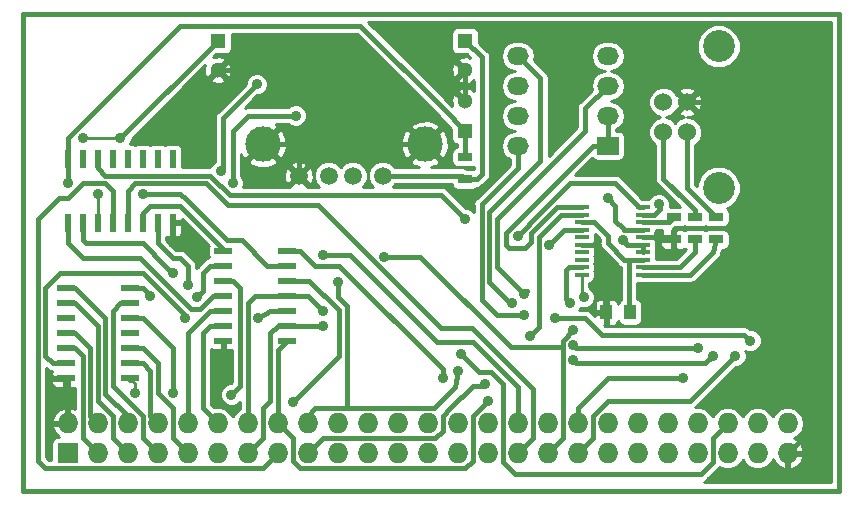
<source format=gtl>
G04 #@! TF.GenerationSoftware,KiCad,Pcbnew,5.0.2+dfsg1-1*
G04 #@! TF.CreationDate,2021-08-12T14:43:16+02:00*
G04 #@! TF.ProjectId,ramcard,72616d63-6172-4642-9e6b-696361645f70,rev?*
G04 #@! TF.SameCoordinates,Original*
G04 #@! TF.FileFunction,Copper,L1,Top*
G04 #@! TF.FilePolarity,Positive*
%FSLAX46Y46*%
G04 Gerber Fmt 4.6, Leading zero omitted, Abs format (unit mm)*
G04 Created by KiCad (PCBNEW 5.0.2+dfsg1-1) date jeu. 12 août 2021 14:43:16 CEST*
%MOMM*%
%LPD*%
G01*
G04 APERTURE LIST*
G04 #@! TA.AperFunction,NonConductor*
%ADD10C,0.381000*%
G04 #@! TD*
G04 #@! TA.AperFunction,ComponentPad*
%ADD11C,1.501140*%
G04 #@! TD*
G04 #@! TA.AperFunction,ComponentPad*
%ADD12C,2.999740*%
G04 #@! TD*
G04 #@! TA.AperFunction,ComponentPad*
%ADD13R,1.300000X1.300000*%
G04 #@! TD*
G04 #@! TA.AperFunction,ComponentPad*
%ADD14C,1.300000*%
G04 #@! TD*
G04 #@! TA.AperFunction,SMDPad,CuDef*
%ADD15R,1.500000X0.600000*%
G04 #@! TD*
G04 #@! TA.AperFunction,SMDPad,CuDef*
%ADD16R,0.600000X1.500000*%
G04 #@! TD*
G04 #@! TA.AperFunction,ComponentPad*
%ADD17C,1.524000*%
G04 #@! TD*
G04 #@! TA.AperFunction,ComponentPad*
%ADD18C,2.700020*%
G04 #@! TD*
G04 #@! TA.AperFunction,SMDPad,CuDef*
%ADD19R,1.300000X0.700000*%
G04 #@! TD*
G04 #@! TA.AperFunction,SMDPad,CuDef*
%ADD20R,1.000000X1.250000*%
G04 #@! TD*
G04 #@! TA.AperFunction,ComponentPad*
%ADD21R,1.824000X1.524000*%
G04 #@! TD*
G04 #@! TA.AperFunction,ComponentPad*
%ADD22O,1.824000X1.524000*%
G04 #@! TD*
G04 #@! TA.AperFunction,ComponentPad*
%ADD23R,1.727200X1.727200*%
G04 #@! TD*
G04 #@! TA.AperFunction,ComponentPad*
%ADD24O,1.727200X1.727200*%
G04 #@! TD*
G04 #@! TA.AperFunction,SMDPad,CuDef*
%ADD25R,1.200000X0.400000*%
G04 #@! TD*
G04 #@! TA.AperFunction,ViaPad*
%ADD26C,0.889000*%
G04 #@! TD*
G04 #@! TA.AperFunction,Conductor*
%ADD27C,0.381000*%
G04 #@! TD*
G04 #@! TA.AperFunction,Conductor*
%ADD28C,0.280000*%
G04 #@! TD*
G04 #@! TA.AperFunction,Conductor*
%ADD29C,0.254000*%
G04 #@! TD*
G04 APERTURE END LIST*
D10*
X86868000Y-30099000D02*
X17780000Y-30099000D01*
X86868000Y-70485000D02*
X86868000Y-30099000D01*
X17780000Y-70485000D02*
X86868000Y-70485000D01*
X17780000Y-30099000D02*
X17780000Y-70485000D01*
D11*
G04 #@! TO.P,P2,4*
G04 #@! TO.N,GND*
X41147140Y-43817120D03*
G04 #@! TO.P,P2,3*
G04 #@! TO.N,Net-(IC4-Pad10)*
X43687140Y-43817120D03*
G04 #@! TO.P,P2,2*
G04 #@! TO.N,Net-(IC4-Pad11)*
X45719140Y-43817120D03*
G04 #@! TO.P,P2,1*
G04 #@! TO.N,Net-(C5-Pad1)*
X48259140Y-43817120D03*
D12*
G04 #@! TO.P,P2,5*
G04 #@! TO.N,GND*
X38099140Y-41150120D03*
X51815140Y-41150120D03*
G04 #@! TD*
D13*
G04 #@! TO.P,C4,1*
G04 #@! TO.N,VCC*
X55245000Y-40005000D03*
D14*
G04 #@! TO.P,C4,2*
G04 #@! TO.N,GND*
X55245000Y-37505000D03*
G04 #@! TD*
D13*
G04 #@! TO.P,C5,1*
G04 #@! TO.N,Net-(C5-Pad1)*
X55245000Y-32385000D03*
D14*
G04 #@! TO.P,C5,2*
G04 #@! TO.N,GND*
X55245000Y-34885000D03*
G04 #@! TD*
D13*
G04 #@! TO.P,C7,1*
G04 #@! TO.N,+3V3*
X34290000Y-32385000D03*
D14*
G04 #@! TO.P,C7,2*
G04 #@! TO.N,GND*
X34290000Y-34885000D03*
G04 #@! TD*
D15*
G04 #@! TO.P,IC1,1*
G04 #@! TO.N,/A12*
X21430000Y-53340000D03*
G04 #@! TO.P,IC1,2*
G04 #@! TO.N,/A13*
X21430000Y-54610000D03*
G04 #@! TO.P,IC1,3*
G04 #@! TO.N,N/C*
X21430000Y-55880000D03*
G04 #@! TO.P,IC1,4*
G04 #@! TO.N,/A14*
X21430000Y-57150000D03*
G04 #@! TO.P,IC1,5*
G04 #@! TO.N,/A15*
X21430000Y-58420000D03*
G04 #@! TO.P,IC1,6*
G04 #@! TO.N,Net-(IC1-Pad6)*
X21430000Y-59690000D03*
G04 #@! TO.P,IC1,7*
G04 #@! TO.N,GND*
X21430000Y-60960000D03*
G04 #@! TO.P,IC1,8*
G04 #@! TO.N,Net-(IC1-Pad8)*
X26830000Y-60960000D03*
G04 #@! TO.P,IC1,9*
G04 #@! TO.N,/A10*
X26830000Y-59690000D03*
G04 #@! TO.P,IC1,10*
G04 #@! TO.N,/A9*
X26830000Y-58420000D03*
G04 #@! TO.P,IC1,11*
G04 #@! TO.N,N/C*
X26830000Y-57150000D03*
G04 #@! TO.P,IC1,12*
G04 #@! TO.N,/A7*
X26830000Y-55880000D03*
G04 #@! TO.P,IC1,13*
G04 #@! TO.N,/A11*
X26830000Y-54610000D03*
G04 #@! TO.P,IC1,14*
G04 #@! TO.N,VCC*
X26830000Y-53340000D03*
G04 #@! TD*
G04 #@! TO.P,IC2,1*
G04 #@! TO.N,/CE1*
X34765000Y-50165000D03*
G04 #@! TO.P,IC2,2*
G04 #@! TO.N,Net-(IC1-Pad6)*
X34765000Y-51435000D03*
G04 #@! TO.P,IC2,3*
G04 #@! TO.N,Net-(IC1-Pad8)*
X34765000Y-52705000D03*
G04 #@! TO.P,IC2,4*
G04 #@! TO.N,Net-(IC2-Pad4)*
X34765000Y-53975000D03*
G04 #@! TO.P,IC2,5*
G04 #@! TO.N,/A8*
X34765000Y-55245000D03*
G04 #@! TO.P,IC2,6*
G04 #@! TO.N,/A6*
X34765000Y-56515000D03*
G04 #@! TO.P,IC2,7*
G04 #@! TO.N,GND*
X34765000Y-57785000D03*
G04 #@! TO.P,IC2,8*
G04 #@! TO.N,/A2*
X40165000Y-57785000D03*
G04 #@! TO.P,IC2,9*
G04 #@! TO.N,/A5*
X40165000Y-56515000D03*
G04 #@! TO.P,IC2,10*
G04 #@! TO.N,Net-(IC2-Pad10)*
X40165000Y-55245000D03*
G04 #@! TO.P,IC2,11*
G04 #@! TO.N,/A4*
X40165000Y-53975000D03*
G04 #@! TO.P,IC2,12*
G04 #@! TO.N,/A1*
X40165000Y-52705000D03*
G04 #@! TO.P,IC2,13*
G04 #@! TO.N,Net-(IC2-Pad13)*
X40165000Y-51435000D03*
G04 #@! TO.P,IC2,14*
G04 #@! TO.N,VCC*
X40165000Y-50165000D03*
G04 #@! TD*
D16*
G04 #@! TO.P,IC3,1*
G04 #@! TO.N,Net-(IC2-Pad4)*
X21590000Y-47785000D03*
G04 #@! TO.P,IC3,2*
G04 #@! TO.N,Net-(IC2-Pad10)*
X22860000Y-47785000D03*
G04 #@! TO.P,IC3,3*
G04 #@! TO.N,Net-(IC2-Pad13)*
X24130000Y-47785000D03*
G04 #@! TO.P,IC3,4*
G04 #@! TO.N,/A3*
X25400000Y-47785000D03*
G04 #@! TO.P,IC3,5*
G04 #@! TO.N,//IORQ*
X26670000Y-47785000D03*
G04 #@! TO.P,IC3,6*
G04 #@! TO.N,/CE1*
X27940000Y-47785000D03*
G04 #@! TO.P,IC3,7*
G04 #@! TO.N,/FE80*
X29210000Y-47785000D03*
G04 #@! TO.P,IC3,8*
G04 #@! TO.N,GND*
X30480000Y-47785000D03*
G04 #@! TO.P,IC3,9*
G04 #@! TO.N,N/C*
X30480000Y-42385000D03*
G04 #@! TO.P,IC3,10*
X29210000Y-42385000D03*
G04 #@! TO.P,IC3,11*
X27940000Y-42385000D03*
G04 #@! TO.P,IC3,12*
X26670000Y-42385000D03*
G04 #@! TO.P,IC3,13*
X25400000Y-42385000D03*
G04 #@! TO.P,IC3,14*
G04 #@! TO.N,/FEBx*
X24130000Y-42385000D03*
G04 #@! TO.P,IC3,15*
G04 #@! TO.N,N/C*
X22860000Y-42385000D03*
G04 #@! TO.P,IC3,16*
G04 #@! TO.N,VCC*
X21590000Y-42385000D03*
G04 #@! TD*
D17*
G04 #@! TO.P,P3,2*
G04 #@! TO.N,Net-(C9-Pad1)*
X72009000Y-40132000D03*
G04 #@! TO.P,P3,1*
G04 #@! TO.N,Net-(P3-Pad1)*
X72009000Y-37592000D03*
G04 #@! TO.P,P3,4*
G04 #@! TO.N,GND*
X74007980Y-37592000D03*
G04 #@! TO.P,P3,3*
G04 #@! TO.N,Net-(C8-Pad1)*
X74007980Y-40132000D03*
D18*
G04 #@! TO.P,P3,5*
G04 #@! TO.N,Net-(P3-Pad5)*
X76708000Y-44861480D03*
X76708000Y-32862520D03*
G04 #@! TD*
D19*
G04 #@! TO.P,R1,1*
G04 #@! TO.N,Net-(C5-Pad1)*
X55245000Y-44130000D03*
G04 #@! TO.P,R1,2*
G04 #@! TO.N,VCC*
X55245000Y-42230000D03*
G04 #@! TD*
G04 #@! TO.P,R4,1*
G04 #@! TO.N,Net-(R4-Pad1)*
X74676000Y-49210000D03*
G04 #@! TO.P,R4,2*
G04 #@! TO.N,Net-(C9-Pad1)*
X74676000Y-47310000D03*
G04 #@! TD*
G04 #@! TO.P,R5,1*
G04 #@! TO.N,Net-(R5-Pad1)*
X76454000Y-49210000D03*
G04 #@! TO.P,R5,2*
G04 #@! TO.N,Net-(C8-Pad1)*
X76454000Y-47310000D03*
G04 #@! TD*
D20*
G04 #@! TO.P,C10,1*
G04 #@! TO.N,Net-(C10-Pad1)*
X69199000Y-55372000D03*
G04 #@! TO.P,C10,2*
G04 #@! TO.N,GND*
X67199000Y-55372000D03*
G04 #@! TD*
D21*
G04 #@! TO.P,S1,1*
G04 #@! TO.N,/GPO2*
X67310000Y-41275000D03*
D22*
G04 #@! TO.P,S1,8*
G04 #@! TO.N,//DSR*
X59690000Y-41275000D03*
G04 #@! TO.P,S1,2*
G04 #@! TO.N,/GPO2*
X67310000Y-38735000D03*
G04 #@! TO.P,S1,7*
G04 #@! TO.N,/BUSRST*
X59690000Y-38735000D03*
G04 #@! TO.P,S1,3*
G04 #@! TO.N,/PRESET*
X67310000Y-36195000D03*
G04 #@! TO.P,S1,6*
G04 #@! TO.N,/RSTI*
X59690000Y-36195000D03*
G04 #@! TO.P,S1,4*
G04 #@! TO.N,/INT*
X67310000Y-33655000D03*
G04 #@! TO.P,S1,5*
G04 #@! TO.N,//DCD*
X59690000Y-33655000D03*
G04 #@! TD*
D23*
G04 #@! TO.P,P1,1*
G04 #@! TO.N,N/C*
X21590000Y-67310000D03*
D24*
G04 #@! TO.P,P1,2*
G04 #@! TO.N,GND*
X21590000Y-64770000D03*
G04 #@! TO.P,P1,3*
G04 #@! TO.N,/A15*
X24130000Y-67310000D03*
G04 #@! TO.P,P1,4*
G04 #@! TO.N,/A14*
X24130000Y-64770000D03*
G04 #@! TO.P,P1,5*
G04 #@! TO.N,/A13*
X26670000Y-67310000D03*
G04 #@! TO.P,P1,6*
G04 #@! TO.N,/A12*
X26670000Y-64770000D03*
G04 #@! TO.P,P1,7*
G04 #@! TO.N,/A11*
X29210000Y-67310000D03*
G04 #@! TO.P,P1,8*
G04 #@! TO.N,/A10*
X29210000Y-64770000D03*
G04 #@! TO.P,P1,9*
G04 #@! TO.N,/A9*
X31750000Y-67310000D03*
G04 #@! TO.P,P1,10*
G04 #@! TO.N,/A8*
X31750000Y-64770000D03*
G04 #@! TO.P,P1,11*
G04 #@! TO.N,/A7*
X34290000Y-67310000D03*
G04 #@! TO.P,P1,12*
G04 #@! TO.N,/A6*
X34290000Y-64770000D03*
G04 #@! TO.P,P1,13*
G04 #@! TO.N,/A5*
X36830000Y-67310000D03*
G04 #@! TO.P,P1,14*
G04 #@! TO.N,/A4*
X36830000Y-64770000D03*
G04 #@! TO.P,P1,15*
G04 #@! TO.N,/A3*
X39370000Y-67310000D03*
G04 #@! TO.P,P1,16*
G04 #@! TO.N,/A2*
X39370000Y-64770000D03*
G04 #@! TO.P,P1,17*
G04 #@! TO.N,/A1*
X41910000Y-67310000D03*
G04 #@! TO.P,P1,18*
G04 #@! TO.N,/A0*
X41910000Y-64770000D03*
G04 #@! TO.P,P1,19*
G04 #@! TO.N,/D7*
X44450000Y-67310000D03*
G04 #@! TO.P,P1,20*
G04 #@! TO.N,/D6*
X44450000Y-64770000D03*
G04 #@! TO.P,P1,21*
G04 #@! TO.N,/D5*
X46990000Y-67310000D03*
G04 #@! TO.P,P1,22*
G04 #@! TO.N,/D4*
X46990000Y-64770000D03*
G04 #@! TO.P,P1,23*
G04 #@! TO.N,/D3*
X49530000Y-67310000D03*
G04 #@! TO.P,P1,24*
G04 #@! TO.N,/D2*
X49530000Y-64770000D03*
G04 #@! TO.P,P1,25*
G04 #@! TO.N,/D1*
X52070000Y-67310000D03*
G04 #@! TO.P,P1,26*
G04 #@! TO.N,/D0*
X52070000Y-64770000D03*
G04 #@! TO.P,P1,27*
G04 #@! TO.N,VCC*
X54610000Y-67310000D03*
G04 #@! TO.P,P1,28*
G04 #@! TO.N,N/C*
X54610000Y-64770000D03*
G04 #@! TO.P,P1,29*
X57150000Y-67310000D03*
G04 #@! TO.P,P1,30*
X57150000Y-64770000D03*
G04 #@! TO.P,P1,31*
G04 #@! TO.N,//IORQ*
X59690000Y-67310000D03*
G04 #@! TO.P,P1,32*
G04 #@! TO.N,//RD*
X59690000Y-64770000D03*
G04 #@! TO.P,P1,33*
G04 #@! TO.N,//WR*
X62230000Y-67310000D03*
G04 #@! TO.P,P1,34*
G04 #@! TO.N,N/C*
X62230000Y-64770000D03*
G04 #@! TO.P,P1,35*
G04 #@! TO.N,//INT*
X64770000Y-67310000D03*
G04 #@! TO.P,P1,36*
G04 #@! TO.N,//NMI*
X64770000Y-64770000D03*
G04 #@! TO.P,P1,37*
G04 #@! TO.N,N/C*
X67310000Y-67310000D03*
G04 #@! TO.P,P1,38*
X67310000Y-64770000D03*
G04 #@! TO.P,P1,39*
X69850000Y-67310000D03*
G04 #@! TO.P,P1,40*
G04 #@! TO.N,/BUSRST*
X69850000Y-64770000D03*
G04 #@! TO.P,P1,41*
G04 #@! TO.N,//RESET*
X72390000Y-67310000D03*
G04 #@! TO.P,P1,42*
G04 #@! TO.N,N/C*
X72390000Y-64770000D03*
G04 #@! TO.P,P1,43*
X74930000Y-67310000D03*
G04 #@! TO.P,P1,44*
X74930000Y-64770000D03*
G04 #@! TO.P,P1,45*
X77470000Y-67310000D03*
G04 #@! TO.P,P1,46*
G04 #@! TO.N,/CURSOR*
X77470000Y-64770000D03*
G04 #@! TO.P,P1,47*
G04 #@! TO.N,N/C*
X80010000Y-67310000D03*
G04 #@! TO.P,P1,48*
X80010000Y-64770000D03*
G04 #@! TO.P,P1,49*
G04 #@! TO.N,GND*
X82550000Y-67310000D03*
G04 #@! TO.P,P1,50*
G04 #@! TO.N,N/C*
X82550000Y-64770000D03*
G04 #@! TD*
D25*
G04 #@! TO.P,U4,1*
G04 #@! TO.N,/GPO2*
X65091000Y-46482000D03*
G04 #@! TO.P,U4,2*
G04 #@! TO.N,//CTS*
X65091000Y-47117000D03*
G04 #@! TO.P,U4,3*
G04 #@! TO.N,Net-(C10-Pad1)*
X65091000Y-47752000D03*
G04 #@! TO.P,U4,4*
G04 #@! TO.N,/TX*
X65091000Y-48387000D03*
G04 #@! TO.P,U4,5*
G04 #@! TO.N,N/C*
X65091000Y-49022000D03*
G04 #@! TO.P,U4,6*
G04 #@! TO.N,GND*
X65091000Y-49657000D03*
G04 #@! TO.P,U4,7*
G04 #@! TO.N,N/C*
X65091000Y-50292000D03*
G04 #@! TO.P,U4,8*
X65091000Y-50927000D03*
G04 #@! TO.P,U4,9*
G04 #@! TO.N,//RTS*
X65091000Y-51562000D03*
G04 #@! TO.P,U4,10*
G04 #@! TO.N,/24MHz*
X65091000Y-52197000D03*
G04 #@! TO.P,U4,11*
G04 #@! TO.N,Net-(R5-Pad1)*
X70294500Y-52197000D03*
G04 #@! TO.P,U4,12*
G04 #@! TO.N,Net-(R4-Pad1)*
X70294500Y-51562000D03*
G04 #@! TO.P,U4,13*
G04 #@! TO.N,Net-(C10-Pad1)*
X70291000Y-50927000D03*
G04 #@! TO.P,U4,14*
G04 #@! TO.N,VCC*
X70291000Y-50292000D03*
G04 #@! TO.P,U4,15*
X70291000Y-49657000D03*
G04 #@! TO.P,U4,16*
G04 #@! TO.N,GND*
X70291000Y-49022000D03*
G04 #@! TO.P,U4,17*
G04 #@! TO.N,/12MHz*
X70291000Y-48387000D03*
G04 #@! TO.P,U4,18*
G04 #@! TO.N,/AWAKE*
X70291000Y-47752000D03*
G04 #@! TO.P,U4,19*
G04 #@! TO.N,/VBUS_Sense*
X70291000Y-47117000D03*
G04 #@! TO.P,U4,20*
G04 #@! TO.N,/RX*
X70291000Y-46482000D03*
G04 #@! TD*
D19*
G04 #@! TO.P,R7,1*
G04 #@! TO.N,GND*
X72898000Y-49210000D03*
G04 #@! TO.P,R7,2*
G04 #@! TO.N,/AWAKE*
X72898000Y-47310000D03*
G04 #@! TD*
D26*
G04 #@! TO.N,/A0*
X44450000Y-52832000D03*
X54610000Y-60325000D03*
G04 #@! TO.N,/A1*
X40640000Y-62992000D03*
X56896000Y-61468000D03*
G04 #@! TO.N,/A2*
X57150000Y-62865000D03*
G04 #@! TO.N,/A4*
X43180000Y-55245000D03*
G04 #@! TO.N,/A5*
X43180000Y-56515000D03*
G04 #@! TO.N,/A7*
X30480000Y-62230000D03*
G04 #@! TO.N,GND*
X34036000Y-62484000D03*
X34290000Y-59055000D03*
X67056000Y-51308000D03*
X44704000Y-41148000D03*
X71628000Y-48768000D03*
X30480000Y-49530000D03*
G04 #@! TO.N,VCC*
X21590000Y-44450000D03*
X53340000Y-60960000D03*
X68580000Y-49276000D03*
X28575000Y-53975000D03*
G04 #@! TO.N,//RD*
X43180000Y-50546000D03*
G04 #@! TO.N,//WR*
X64389000Y-56896000D03*
X48387000Y-50673000D03*
G04 #@! TO.N,Net-(IC1-Pad6)*
X32512000Y-54102000D03*
X31496000Y-55880000D03*
G04 #@! TO.N,Net-(IC1-Pad8)*
X35433000Y-62357000D03*
X27305000Y-62230000D03*
G04 #@! TO.N,Net-(IC2-Pad10)*
X30480000Y-52070000D03*
X37719000Y-55880000D03*
G04 #@! TO.N,Net-(IC2-Pad13)*
X24130000Y-45339000D03*
X27940000Y-45339000D03*
G04 #@! TO.N,/FE80*
X31750000Y-53086000D03*
G04 #@! TO.N,+3V3*
X22860000Y-40640000D03*
X26035000Y-40640000D03*
G04 #@! TO.N,/FEBx*
X55245000Y-47498000D03*
G04 #@! TO.N,/12MHz*
X67310000Y-45720000D03*
G04 #@! TO.N,/RX*
X59690000Y-48895000D03*
G04 #@! TO.N,/TX*
X62357000Y-49657000D03*
G04 #@! TO.N,//RTS*
X64135000Y-54610000D03*
G04 #@! TO.N,//CTS*
X60706000Y-57404000D03*
G04 #@! TO.N,/24MHz*
X65278000Y-54102000D03*
G04 #@! TO.N,/VBUS_Sense*
X71628000Y-46228000D03*
G04 #@! TO.N,//INT*
X78105000Y-59055000D03*
G04 #@! TO.N,//NMI*
X73660000Y-60960000D03*
G04 #@! TO.N,//DCD*
X59182000Y-54610000D03*
G04 #@! TO.N,/PRESET*
X60198000Y-53848000D03*
G04 #@! TO.N,/INTRPT*
X64389000Y-59436000D03*
X76200000Y-59055000D03*
G04 #@! TO.N,//OUT2*
X74930000Y-58420000D03*
X64389000Y-58166000D03*
G04 #@! TO.N,//OUT1*
X62865000Y-55880000D03*
X79375000Y-57785000D03*
G04 #@! TO.N,/RSTI*
X40894000Y-38735000D03*
X35560000Y-44450000D03*
G04 #@! TO.N,/INT*
X37592000Y-36068000D03*
X34544000Y-43434000D03*
G04 #@! TO.N,/CURSOR*
X54864000Y-58928000D03*
G04 #@! TO.N,//DSR*
X60198000Y-55626000D03*
G04 #@! TD*
D27*
G04 #@! TO.N,/A0*
X45212000Y-54864000D02*
X45212000Y-63500000D01*
X44450000Y-54102000D02*
X45212000Y-54864000D01*
X44450000Y-52832000D02*
X44450000Y-54102000D01*
X52324000Y-63500000D02*
X52578000Y-63500000D01*
X52578000Y-63500000D02*
X54356000Y-61722000D01*
X42545000Y-63500000D02*
X45212000Y-63500000D01*
X45212000Y-63500000D02*
X52324000Y-63500000D01*
X54356000Y-61722000D02*
X54610000Y-60325000D01*
X41910000Y-64770000D02*
X41910000Y-64135000D01*
X41910000Y-64135000D02*
X42545000Y-63500000D01*
D28*
X41910000Y-64135000D02*
X42545000Y-63500000D01*
D27*
G04 #@! TO.N,/A1*
X52705000Y-66040000D02*
X53340000Y-65405000D01*
X56769000Y-61595000D02*
X56896000Y-61468000D01*
X55880000Y-61595000D02*
X56769000Y-61595000D01*
X53975000Y-63500000D02*
X55880000Y-61595000D01*
X53340000Y-64135000D02*
X53975000Y-63500000D01*
X53340000Y-65405000D02*
X53340000Y-64135000D01*
X40640000Y-62992000D02*
X44513500Y-59118500D01*
X44513500Y-59118500D02*
X44513500Y-55181500D01*
X44513500Y-55181500D02*
X42037000Y-52705000D01*
D28*
X44513500Y-59118500D02*
X44513500Y-55308500D01*
X41910000Y-52705000D02*
X44513500Y-55308500D01*
D27*
X41910000Y-67310000D02*
X43180000Y-66040000D01*
X43180000Y-66040000D02*
X52705000Y-66040000D01*
X42037000Y-52705000D02*
X40165000Y-52705000D01*
D28*
X40165000Y-52705000D02*
X41910000Y-52705000D01*
D27*
G04 #@! TO.N,/A10*
X26830000Y-59690000D02*
X27940000Y-59690000D01*
X27940000Y-59690000D02*
X28575000Y-60325000D01*
X28575000Y-60325000D02*
X28575000Y-64135000D01*
X28575000Y-64135000D02*
X29210000Y-64770000D01*
G04 #@! TO.N,/A11*
X29210000Y-67310000D02*
X27940000Y-66040000D01*
X27940000Y-66040000D02*
X27940000Y-64185798D01*
X27940000Y-64185798D02*
X25400000Y-61645798D01*
X25400000Y-61645798D02*
X25400000Y-55245000D01*
X26035000Y-54610000D02*
X25400000Y-55245000D01*
X26830000Y-54610000D02*
X26035000Y-54610000D01*
G04 #@! TO.N,/A12*
X21430000Y-53340000D02*
X22225000Y-53340000D01*
X22225000Y-53340000D02*
X24765000Y-55880000D01*
X24765000Y-62280798D02*
X24765000Y-55880000D01*
X26670000Y-64770000D02*
X26670000Y-64185798D01*
X26670000Y-64185798D02*
X24765000Y-62280798D01*
G04 #@! TO.N,/A13*
X26670000Y-67310000D02*
X25400000Y-66040000D01*
X21430000Y-54610000D02*
X22225000Y-54610000D01*
X22225000Y-54610000D02*
X24130000Y-56515000D01*
X25400000Y-64135000D02*
X24130000Y-62865000D01*
X25400000Y-66040000D02*
X25400000Y-64135000D01*
X24130000Y-62865000D02*
X24130000Y-56515000D01*
G04 #@! TO.N,/A15*
X21430000Y-58420000D02*
X22225000Y-58420000D01*
X22225000Y-58420000D02*
X22860000Y-59055000D01*
X22860000Y-59690000D02*
X22860000Y-59055000D01*
X22860000Y-66040000D02*
X22860000Y-59690000D01*
X24130000Y-67310000D02*
X22860000Y-66040000D01*
G04 #@! TO.N,/A2*
X55245000Y-68580000D02*
X55880000Y-67945000D01*
X55880000Y-64135000D02*
X57150000Y-62865000D01*
X55880000Y-67945000D02*
X55880000Y-64135000D01*
X39370000Y-58580000D02*
X40165000Y-57785000D01*
X55245000Y-68580000D02*
X41275000Y-68580000D01*
X41275000Y-68580000D02*
X40640000Y-67945000D01*
X40640000Y-67945000D02*
X40640000Y-66040000D01*
D28*
X40640000Y-66040000D02*
X40640000Y-67945000D01*
X40640000Y-67945000D02*
X41275000Y-68580000D01*
D27*
X40640000Y-66040000D02*
X39370000Y-64770000D01*
D28*
X40640000Y-66040000D02*
X39370000Y-64770000D01*
D27*
X39370000Y-64770000D02*
X39370000Y-58580000D01*
X39370000Y-64770000D02*
X39370000Y-64135000D01*
G04 #@! TO.N,/A3*
X25400000Y-45148500D02*
X25400000Y-45085000D01*
X22860000Y-44450000D02*
X21590000Y-45720000D01*
X24765000Y-44450000D02*
X22860000Y-44450000D01*
X25400000Y-45085000D02*
X24765000Y-44450000D01*
X19685000Y-68580000D02*
X34290000Y-68580000D01*
X38100000Y-68580000D02*
X39370000Y-67310000D01*
X34290000Y-68580000D02*
X38100000Y-68580000D01*
X25400000Y-47785000D02*
X25400000Y-45148500D01*
X19050000Y-47498000D02*
X20828000Y-45720000D01*
D28*
X19050000Y-47498000D02*
X20828000Y-45720000D01*
D27*
X20828000Y-45720000D02*
X21590000Y-45720000D01*
X19050000Y-67945000D02*
X19685000Y-68580000D01*
X19050000Y-49022000D02*
X19050000Y-47498000D01*
X19050000Y-49022000D02*
X19050000Y-67945000D01*
G04 #@! TO.N,/A4*
X36830000Y-54610000D02*
X36830000Y-64770000D01*
X41910000Y-53975000D02*
X40165000Y-53975000D01*
X43180000Y-55245000D02*
X41910000Y-53975000D01*
X40165000Y-53975000D02*
X37465000Y-53975000D01*
X37465000Y-53975000D02*
X36830000Y-54610000D01*
X38735000Y-53975000D02*
X40165000Y-53975000D01*
D28*
X38735000Y-53975000D02*
X40165000Y-53975000D01*
D27*
X36830000Y-64770000D02*
X36830000Y-64135000D01*
X36830000Y-64770000D02*
X36830000Y-64135000D01*
X36830000Y-64770000D02*
X36830000Y-64770000D01*
G04 #@! TO.N,/A5*
X38735000Y-62865000D02*
X38100000Y-63500000D01*
X38100000Y-66040000D02*
X38100000Y-63500000D01*
X36830000Y-67310000D02*
X38100000Y-66040000D01*
X38735000Y-57150000D02*
X38735000Y-62865000D01*
X38735000Y-57150000D02*
X39370000Y-56515000D01*
X43180000Y-56515000D02*
X40165000Y-56515000D01*
X39370000Y-56515000D02*
X40165000Y-56515000D01*
G04 #@! TO.N,/A6*
X33020000Y-63500000D02*
X33020000Y-57150000D01*
X33655000Y-56515000D02*
X34765000Y-56515000D01*
D28*
X33655000Y-56515000D02*
X34765000Y-56515000D01*
D27*
X33655000Y-56515000D02*
X34765000Y-56515000D01*
D28*
X33655000Y-56515000D02*
X34765000Y-56515000D01*
D27*
X33020000Y-57150000D02*
X33655000Y-56515000D01*
X34290000Y-64770000D02*
X33020000Y-63500000D01*
G04 #@! TO.N,/A7*
X30480000Y-62230000D02*
X30480000Y-58420000D01*
X30480000Y-58420000D02*
X27940000Y-55880000D01*
X26830000Y-55880000D02*
X27940000Y-55880000D01*
G04 #@! TO.N,/A8*
X34765000Y-55245000D02*
X33655000Y-55245000D01*
X33655000Y-55245000D02*
X31750000Y-57150000D01*
D28*
X31750000Y-57150000D02*
X33655000Y-55245000D01*
D27*
X34765000Y-55245000D02*
X33655000Y-55245000D01*
X33655000Y-55245000D02*
X32385000Y-56515000D01*
D28*
X33655000Y-55245000D02*
X32385000Y-56515000D01*
D27*
X31750000Y-57150000D02*
X31750000Y-64770000D01*
D28*
X31750000Y-64770000D02*
X31750000Y-57150000D01*
X31750000Y-64135000D02*
X31750000Y-64770000D01*
D27*
X31750000Y-64770000D02*
X31750000Y-64770000D01*
G04 #@! TO.N,/A9*
X30480000Y-63500000D02*
X29210000Y-62230000D01*
X31750000Y-67310000D02*
X30480000Y-66040000D01*
X30480000Y-66040000D02*
X30480000Y-63500000D01*
X29210000Y-62230000D02*
X29210000Y-59690000D01*
X29210000Y-59690000D02*
X27940000Y-58420000D01*
X27940000Y-58420000D02*
X26830000Y-58420000D01*
G04 #@! TO.N,GND*
X70291000Y-49022000D02*
X72710000Y-49022000D01*
X72710000Y-49022000D02*
X72898000Y-49210000D01*
X34290000Y-62230000D02*
X34290000Y-59055000D01*
X34036000Y-62484000D02*
X34290000Y-62230000D01*
X67056000Y-55229000D02*
X67056000Y-52832000D01*
X67056000Y-52832000D02*
X67056000Y-51308000D01*
X67056000Y-55229000D02*
X67199000Y-55372000D01*
X65091000Y-49657000D02*
X66167000Y-49657000D01*
X66167000Y-49657000D02*
X67056000Y-50546000D01*
X67056000Y-50546000D02*
X67056000Y-51308000D01*
X70291000Y-49022000D02*
X71374000Y-49022000D01*
X71374000Y-49022000D02*
X71628000Y-48768000D01*
X34290000Y-34885000D02*
X38441000Y-34885000D01*
X38441000Y-34885000D02*
X44704000Y-41148000D01*
X84328000Y-65532000D02*
X82550000Y-67310000D01*
X75946000Y-37592000D02*
X84328000Y-45974000D01*
X74007980Y-37592000D02*
X75946000Y-37592000D01*
X84328000Y-45974000D02*
X84328000Y-65532000D01*
X55245000Y-37505000D02*
X55245000Y-34885000D01*
X44704000Y-41148000D02*
X44704000Y-41150120D01*
X44704000Y-41150120D02*
X44704000Y-41148000D01*
X44704000Y-41148000D02*
X44704000Y-41150120D01*
X71501000Y-48895000D02*
X71628000Y-48768000D01*
X34765000Y-57785000D02*
X34765000Y-58580000D01*
X34765000Y-58580000D02*
X34290000Y-59055000D01*
X30480000Y-49530000D02*
X30480000Y-47785000D01*
X34765000Y-57945000D02*
X34765000Y-57785000D01*
X41147140Y-43817120D02*
X41147140Y-41150120D01*
X41147140Y-41150120D02*
X41272020Y-41275000D01*
X41272020Y-41275000D02*
X41275000Y-41275000D01*
X41275000Y-41275000D02*
X41275000Y-41150120D01*
X38099140Y-41150120D02*
X41275000Y-41150120D01*
X41275000Y-41150120D02*
X44704000Y-41150120D01*
X44704000Y-41150120D02*
X51815140Y-41150120D01*
X21590000Y-64770000D02*
X21590000Y-61120000D01*
X21590000Y-61120000D02*
X21430000Y-60960000D01*
X51815140Y-41150120D02*
X51815140Y-40934860D01*
X41147140Y-43817120D02*
X40766140Y-43817120D01*
G04 #@! TO.N,VCC*
X40165000Y-50165000D02*
X41275000Y-50165000D01*
X42545000Y-51435000D02*
X44577000Y-51435000D01*
X41275000Y-50165000D02*
X42545000Y-51435000D01*
X21590000Y-44450000D02*
X21590000Y-42385000D01*
X70291000Y-49657000D02*
X68961000Y-49657000D01*
X68961000Y-49657000D02*
X68580000Y-49276000D01*
X70291000Y-50292000D02*
X70291000Y-49657000D01*
X31115000Y-31115000D02*
X46355000Y-31115000D01*
X46355000Y-31115000D02*
X53340000Y-38100000D01*
X21590000Y-42385000D02*
X21590000Y-40640000D01*
X21590000Y-40640000D02*
X31115000Y-31115000D01*
X53340000Y-60960000D02*
X53340000Y-60198000D01*
X44577000Y-51435000D02*
X53340000Y-60198000D01*
X26830000Y-53340000D02*
X27940000Y-53340000D01*
X27940000Y-53340000D02*
X28575000Y-53975000D01*
X55245000Y-42230000D02*
X55245000Y-40005000D01*
X68834000Y-49530000D02*
X68580000Y-49276000D01*
X53340000Y-38100000D02*
X55245000Y-40005000D01*
D28*
X55245000Y-40005000D02*
X53340000Y-38100000D01*
X27940000Y-53340000D02*
X28575000Y-53975000D01*
D27*
G04 #@! TO.N,Net-(C5-Pad1)*
X48259140Y-43817120D02*
X54932120Y-43817120D01*
X54932120Y-43817120D02*
X55245000Y-44130000D01*
X55245000Y-44130000D02*
X56200000Y-44130000D01*
X56642000Y-33782000D02*
X55245000Y-32385000D01*
X56642000Y-43688000D02*
X56642000Y-33782000D01*
X56200000Y-44130000D02*
X56642000Y-43688000D01*
X54932120Y-43817120D02*
X55245000Y-44130000D01*
X55245000Y-32385000D02*
X55560000Y-32385000D01*
X48259140Y-43817120D02*
X48259140Y-43814140D01*
X48259140Y-43817120D02*
X48257880Y-43817120D01*
G04 #@! TO.N,/A14*
X24130000Y-64770000D02*
X23495000Y-64135000D01*
X23495000Y-64135000D02*
X23495000Y-58420000D01*
X22225000Y-57150000D02*
X23495000Y-58420000D01*
X21430000Y-57150000D02*
X22225000Y-57150000D01*
G04 #@! TO.N,//IORQ*
X30480000Y-44450000D02*
X33274000Y-44450000D01*
X33274000Y-44450000D02*
X35115500Y-46291500D01*
X35115500Y-46291500D02*
X42735500Y-46291500D01*
X42735500Y-46291500D02*
X44704000Y-48260000D01*
X55816500Y-56705500D02*
X53149500Y-56705500D01*
X53149500Y-56705500D02*
X48514000Y-52070000D01*
X60960000Y-64008000D02*
X60960000Y-61849000D01*
X60960000Y-61849000D02*
X58293000Y-59182000D01*
X58293000Y-59182000D02*
X57785000Y-58674000D01*
X57785000Y-58674000D02*
X55816500Y-56705500D01*
X60960000Y-66040000D02*
X60960000Y-64008000D01*
X26670000Y-45085000D02*
X26670000Y-45466000D01*
X27305000Y-44450000D02*
X30480000Y-44450000D01*
X26670000Y-45085000D02*
X27305000Y-44450000D01*
X48514000Y-52070000D02*
X44704000Y-48260000D01*
D28*
X60960000Y-63500000D02*
X60960000Y-62865000D01*
D27*
X26670000Y-45466000D02*
X26670000Y-47785000D01*
D28*
X26670000Y-45466000D02*
X26670000Y-47785000D01*
D27*
X60960000Y-66040000D02*
X59690000Y-67310000D01*
D28*
X59690000Y-67310000D02*
X60960000Y-66040000D01*
D27*
X60960000Y-62865000D02*
X60960000Y-66040000D01*
D28*
X60960000Y-66040000D02*
X60960000Y-64135000D01*
X60960000Y-64135000D02*
X60960000Y-63500000D01*
D27*
G04 #@! TO.N,//RD*
X43180000Y-50546000D02*
X45466000Y-50546000D01*
X45466000Y-50546000D02*
X52832000Y-57912000D01*
X52832000Y-57912000D02*
X55880000Y-57912000D01*
X59690000Y-64770000D02*
X59690000Y-61722000D01*
X59690000Y-61722000D02*
X55880000Y-57912000D01*
G04 #@! TO.N,//WR*
X64389000Y-56896000D02*
X63500000Y-57785000D01*
X63500000Y-57785000D02*
X63500000Y-60960000D01*
X59182000Y-58356500D02*
X63500000Y-58356500D01*
D28*
X63500000Y-58356500D02*
X63500000Y-58420000D01*
X63500000Y-60960000D02*
X63500000Y-58420000D01*
D27*
X63500000Y-64135000D02*
X63500000Y-60960000D01*
D28*
X63500000Y-58420000D02*
X63500000Y-57785000D01*
X59118500Y-58356500D02*
X59182000Y-58356500D01*
D27*
X48387000Y-50673000D02*
X51435000Y-50673000D01*
X51435000Y-50673000D02*
X59118500Y-58356500D01*
X62230000Y-67310000D02*
X63500000Y-66040000D01*
X63500000Y-66040000D02*
X63500000Y-64135000D01*
D28*
X63500000Y-66040000D02*
X63500000Y-64135000D01*
D27*
G04 #@! TO.N,Net-(IC1-Pad6)*
X31496000Y-55880000D02*
X31496000Y-55626000D01*
X31496000Y-55626000D02*
X29464000Y-53594000D01*
X32512000Y-54102000D02*
X33020000Y-53594000D01*
X33020000Y-52070000D02*
X33020000Y-53086000D01*
X33655000Y-51435000D02*
X33020000Y-52070000D01*
X34765000Y-51435000D02*
X33655000Y-51435000D01*
X33020000Y-53594000D02*
X33020000Y-53086000D01*
X27940000Y-52070000D02*
X29464000Y-53594000D01*
X27940000Y-52070000D02*
X27305000Y-52070000D01*
X27305000Y-52070000D02*
X20955000Y-52070000D01*
X20955000Y-52070000D02*
X19685000Y-53340000D01*
X19685000Y-53340000D02*
X19685000Y-59055000D01*
X19685000Y-59055000D02*
X20320000Y-59690000D01*
D28*
X20320000Y-59690000D02*
X19685000Y-59055000D01*
X19685000Y-59055000D02*
X19685000Y-53340000D01*
X19685000Y-53340000D02*
X20955000Y-52070000D01*
D27*
X31496000Y-55880000D02*
X31496000Y-55880000D01*
X20320000Y-59690000D02*
X21430000Y-59690000D01*
D28*
X21430000Y-59690000D02*
X20320000Y-59690000D01*
D27*
G04 #@! TO.N,Net-(IC1-Pad8)*
X36195000Y-61595000D02*
X36195000Y-59182000D01*
X35433000Y-62357000D02*
X36195000Y-61595000D01*
D28*
X27305000Y-62230000D02*
X27305000Y-61435000D01*
D27*
X36195000Y-59182000D02*
X36195000Y-58473998D01*
X34765000Y-52705000D02*
X35560000Y-52705000D01*
X35560000Y-52705000D02*
X36195000Y-53340000D01*
D28*
X27305000Y-61435000D02*
X26830000Y-60960000D01*
D27*
X36195000Y-58473998D02*
X36195000Y-53340000D01*
X26830000Y-60960000D02*
X26830000Y-61120000D01*
G04 #@! TO.N,/CE1*
X34765000Y-50165000D02*
X34765000Y-50005000D01*
X34765000Y-50005000D02*
X31115000Y-46355000D01*
X31115000Y-46355000D02*
X28575000Y-46355000D01*
X28575000Y-46355000D02*
X27940000Y-46990000D01*
X27940000Y-46990000D02*
X27940000Y-47785000D01*
D28*
X31115000Y-46355000D02*
X30955000Y-46355000D01*
X27940000Y-47785000D02*
X27940000Y-46990000D01*
X27940000Y-46990000D02*
X28575000Y-46355000D01*
X28575000Y-46355000D02*
X30955000Y-46355000D01*
D27*
G04 #@! TO.N,Net-(IC2-Pad4)*
X32766000Y-55118000D02*
X33909000Y-53975000D01*
X33909000Y-53975000D02*
X34765000Y-53975000D01*
X27686000Y-50800000D02*
X32004000Y-55118000D01*
X32766000Y-55118000D02*
X32512000Y-55118000D01*
X32004000Y-55118000D02*
X32766000Y-55118000D01*
X21590000Y-47785000D02*
X21590000Y-49530000D01*
X22860000Y-50800000D02*
X27686000Y-50800000D01*
X21590000Y-49530000D02*
X22860000Y-50800000D01*
D28*
X21590000Y-49530000D02*
X22860000Y-50800000D01*
D27*
G04 #@! TO.N,Net-(IC2-Pad10)*
X30480000Y-52070000D02*
X29845000Y-51435000D01*
X23114000Y-49530000D02*
X22860000Y-49276000D01*
X27940000Y-49530000D02*
X23114000Y-49530000D01*
X29845000Y-51435000D02*
X27940000Y-49530000D01*
X38735000Y-55245000D02*
X37719000Y-55880000D01*
X38735000Y-55245000D02*
X40165000Y-55245000D01*
X22860000Y-47785000D02*
X22860000Y-49276000D01*
G04 #@! TO.N,Net-(IC2-Pad13)*
X27940000Y-45339000D02*
X31115000Y-45339000D01*
X31115000Y-45339000D02*
X31496000Y-45720000D01*
D28*
X24130000Y-45339000D02*
X24130000Y-47785000D01*
D27*
X40165000Y-51435000D02*
X38481000Y-51435000D01*
X38481000Y-51435000D02*
X36322000Y-49276000D01*
X36322000Y-49276000D02*
X35052000Y-49276000D01*
X35052000Y-49276000D02*
X31496000Y-45720000D01*
G04 #@! TO.N,/FE80*
X29210000Y-49530000D02*
X30480000Y-50800000D01*
X30480000Y-50800000D02*
X31115000Y-50800000D01*
X31115000Y-50800000D02*
X31750000Y-51435000D01*
X31750000Y-51435000D02*
X31750000Y-52705000D01*
X29210000Y-49530000D02*
X29210000Y-47785000D01*
X31750000Y-52705000D02*
X31750000Y-53086000D01*
D28*
G04 #@! TO.N,+3V3*
X22860000Y-40640000D02*
X26035000Y-40640000D01*
D27*
X26035000Y-40640000D02*
X34290000Y-32385000D01*
G04 #@! TO.N,/FEBx*
X29972000Y-43815000D02*
X33655000Y-43815000D01*
X33655000Y-43815000D02*
X35306000Y-45466000D01*
X35306000Y-45466000D02*
X53213000Y-45466000D01*
X53213000Y-45466000D02*
X55245000Y-47498000D01*
X24130000Y-42385000D02*
X24130000Y-43180000D01*
X24765000Y-43815000D02*
X29972000Y-43815000D01*
X24130000Y-43180000D02*
X24765000Y-43815000D01*
G04 #@! TO.N,/12MHz*
X70291000Y-48387000D02*
X68707000Y-48387000D01*
X68580000Y-48260000D02*
X67945000Y-47625000D01*
X67945000Y-47625000D02*
X67945000Y-46990000D01*
X67945000Y-46990000D02*
X67945000Y-46355000D01*
X67945000Y-46355000D02*
X67310000Y-45720000D01*
X68707000Y-48387000D02*
X68580000Y-48260000D01*
G04 #@! TO.N,/RX*
X70291000Y-46482000D02*
X69977000Y-46482000D01*
X69977000Y-46482000D02*
X67945000Y-44450000D01*
X67945000Y-44450000D02*
X64135000Y-44450000D01*
X64135000Y-44450000D02*
X61595000Y-46990000D01*
X61595000Y-46990000D02*
X59690000Y-48895000D01*
G04 #@! TO.N,/TX*
X65091000Y-48387000D02*
X63627000Y-48387000D01*
X63627000Y-48387000D02*
X63119000Y-48895000D01*
X63119000Y-48895000D02*
X62865000Y-49149000D01*
X62865000Y-49149000D02*
X62357000Y-49657000D01*
D28*
X62357000Y-49657000D02*
X63119000Y-48895000D01*
D27*
G04 #@! TO.N,//RTS*
X65091000Y-51562000D02*
X64008000Y-51562000D01*
X63754000Y-51816000D02*
X63754000Y-54229000D01*
X64008000Y-51562000D02*
X63754000Y-51816000D01*
X63754000Y-54229000D02*
X64135000Y-54610000D01*
G04 #@! TO.N,//CTS*
X60706000Y-57404000D02*
X61468000Y-56642000D01*
X61468000Y-56642000D02*
X61468000Y-56007000D01*
D28*
X60706000Y-57404000D02*
X60733432Y-57431432D01*
X60733432Y-57431432D02*
X60745624Y-57431432D01*
X60745624Y-57431432D02*
X60718192Y-57404000D01*
X60718192Y-57404000D02*
X60706000Y-57404000D01*
D27*
X61468000Y-49022000D02*
X61468000Y-56007000D01*
X63373000Y-47117000D02*
X62865000Y-47625000D01*
X62865000Y-47625000D02*
X61468000Y-49022000D01*
X65091000Y-47117000D02*
X63373000Y-47117000D01*
D28*
G04 #@! TO.N,/24MHz*
X65091000Y-52197000D02*
X65091000Y-54035000D01*
X65158000Y-54102000D02*
X65278000Y-54102000D01*
X65091000Y-54035000D02*
X65158000Y-54102000D01*
D27*
G04 #@! TO.N,/GPO2*
X65091000Y-46482000D02*
X62992000Y-46482000D01*
X66040000Y-41275000D02*
X67310000Y-41275000D01*
X58674000Y-48641000D02*
X66040000Y-41275000D01*
X58674000Y-49657000D02*
X58674000Y-48641000D01*
X58928000Y-49911000D02*
X58674000Y-49657000D01*
X60325000Y-49911000D02*
X58928000Y-49911000D01*
X60833000Y-49403000D02*
X60325000Y-49911000D01*
X60833000Y-48641000D02*
X60833000Y-49403000D01*
X62992000Y-46482000D02*
X60833000Y-48641000D01*
X67310000Y-41275000D02*
X67310000Y-38735000D01*
G04 #@! TO.N,/VBUS_Sense*
X70291000Y-47117000D02*
X71247000Y-47117000D01*
X71628000Y-46228000D02*
X71755000Y-46355000D01*
X71755000Y-46355000D02*
X71755000Y-46609000D01*
X71247000Y-47117000D02*
X71755000Y-46609000D01*
G04 #@! TO.N,Net-(C8-Pad1)*
X74007980Y-42672000D02*
X74007980Y-44863980D01*
X74007980Y-44863980D02*
X76454000Y-47310000D01*
X74007980Y-40132000D02*
X74007980Y-42672000D01*
X74007980Y-42672000D02*
X74007980Y-44797980D01*
G04 #@! TO.N,Net-(C9-Pad1)*
X72009000Y-40132000D02*
X72009000Y-44069000D01*
X72009000Y-44069000D02*
X74676000Y-46736000D01*
X74676000Y-46736000D02*
X74676000Y-47310000D01*
X72009000Y-44069000D02*
X73152000Y-45212000D01*
G04 #@! TO.N,Net-(C10-Pad1)*
X69088000Y-55261000D02*
X69088000Y-52705000D01*
X69088000Y-52705000D02*
X69088000Y-50927000D01*
X69088000Y-55261000D02*
X69199000Y-55372000D01*
X65091000Y-47752000D02*
X66167000Y-47752000D01*
X66167000Y-47752000D02*
X67310000Y-48895000D01*
X67310000Y-48895000D02*
X67310000Y-49530000D01*
X67310000Y-49530000D02*
X68707000Y-50927000D01*
X68707000Y-50927000D02*
X69088000Y-50927000D01*
X70291000Y-50927000D02*
X69088000Y-50927000D01*
G04 #@! TO.N,Net-(R4-Pad1)*
X70294500Y-51562000D02*
X73406000Y-51562000D01*
X74676000Y-50292000D02*
X74676000Y-49210000D01*
X73406000Y-51562000D02*
X74676000Y-50292000D01*
G04 #@! TO.N,Net-(R5-Pad1)*
X70294500Y-52197000D02*
X74295000Y-52197000D01*
X76200000Y-50292000D02*
X76454000Y-49210000D01*
X74295000Y-52197000D02*
X76200000Y-50292000D01*
X70294500Y-52197000D02*
X72075000Y-52197000D01*
G04 #@! TO.N,//INT*
X64770000Y-67310000D02*
X66040000Y-66040000D01*
X66040000Y-66040000D02*
X66040000Y-64135000D01*
X67310000Y-62865000D02*
X71755000Y-62865000D01*
X66040000Y-64135000D02*
X67310000Y-62865000D01*
X78105000Y-59055000D02*
X78105000Y-59055000D01*
X71755000Y-62865000D02*
X74295000Y-62865000D01*
X74295000Y-62865000D02*
X78105000Y-59055000D01*
G04 #@! TO.N,//NMI*
X73660000Y-60960000D02*
X67310000Y-60960000D01*
X67310000Y-60960000D02*
X66675000Y-61595000D01*
X64770000Y-64770000D02*
X64770000Y-63500000D01*
X64770000Y-63500000D02*
X66675000Y-61595000D01*
X64770000Y-64770000D02*
X64770000Y-64135000D01*
G04 #@! TO.N,//DCD*
X57277000Y-52832000D02*
X57277000Y-46863000D01*
X61595000Y-42545000D02*
X61595000Y-35560000D01*
X57277000Y-46863000D02*
X61595000Y-42545000D01*
X59182000Y-54610000D02*
X59055000Y-54610000D01*
X59055000Y-54610000D02*
X57277000Y-52832000D01*
X61595000Y-35560000D02*
X59690000Y-33655000D01*
G04 #@! TO.N,/PRESET*
X65405000Y-38100000D02*
X65405000Y-40005000D01*
X65405000Y-40005000D02*
X57912000Y-47498000D01*
X60198000Y-53848000D02*
X57912000Y-51562000D01*
X57912000Y-51562000D02*
X57912000Y-47498000D01*
X67310000Y-36195000D02*
X65405000Y-38100000D01*
X60452000Y-53594000D02*
X60198000Y-53848000D01*
D28*
X60198000Y-53848000D02*
X60452000Y-53594000D01*
D27*
G04 #@! TO.N,/INTRPT*
X75565000Y-59690000D02*
X64643000Y-59690000D01*
X64643000Y-59690000D02*
X64389000Y-59436000D01*
X76200000Y-59055000D02*
X75565000Y-59690000D01*
G04 #@! TO.N,//OUT2*
X74930000Y-58420000D02*
X64643000Y-58420000D01*
X64643000Y-58420000D02*
X64389000Y-58166000D01*
G04 #@! TO.N,//OUT1*
X62865000Y-55880000D02*
X65405000Y-55880000D01*
X78867000Y-57277000D02*
X66802000Y-57277000D01*
X66802000Y-57277000D02*
X65405000Y-55880000D01*
X79375000Y-57785000D02*
X78867000Y-57277000D01*
G04 #@! TO.N,/RSTI*
X40894000Y-38735000D02*
X36830000Y-38735000D01*
X36830000Y-38735000D02*
X35560000Y-40005000D01*
X35560000Y-40005000D02*
X35560000Y-44450000D01*
G04 #@! TO.N,/INT*
X34734500Y-38925500D02*
X34734500Y-43243500D01*
X36830000Y-36830000D02*
X34734500Y-38925500D01*
X37592000Y-36068000D02*
X36830000Y-36830000D01*
X34734500Y-43243500D02*
X34544000Y-43434000D01*
G04 #@! TO.N,/CURSOR*
X76200000Y-66040000D02*
X77470000Y-64770000D01*
X58420000Y-61468000D02*
X57912000Y-60960000D01*
X58420000Y-68072000D02*
X58420000Y-61468000D01*
X59436000Y-69088000D02*
X58420000Y-68072000D01*
X75184000Y-69088000D02*
X59436000Y-69088000D01*
X76200000Y-68072000D02*
X75184000Y-69088000D01*
X76200000Y-66040000D02*
X76200000Y-68072000D01*
X57404000Y-60452000D02*
X57912000Y-60960000D01*
X56388000Y-60452000D02*
X57404000Y-60452000D01*
X54864000Y-58928000D02*
X56388000Y-60452000D01*
G04 #@! TO.N,//DSR*
X56642000Y-54356000D02*
X57912000Y-55626000D01*
X57912000Y-55626000D02*
X60198000Y-55626000D01*
X56642000Y-53086000D02*
X56642000Y-54356000D01*
X59690000Y-43180000D02*
X59690000Y-41275000D01*
X56642000Y-46228000D02*
X59690000Y-43180000D01*
X56642000Y-53086000D02*
X56642000Y-46228000D01*
X59690000Y-41656000D02*
X59309000Y-41656000D01*
G04 #@! TO.N,/AWAKE*
X70291000Y-47752000D02*
X72456000Y-47752000D01*
X72456000Y-47752000D02*
X72898000Y-47310000D01*
G04 #@! TD*
D29*
G04 #@! TO.N,GND*
G36*
X86169500Y-69723000D02*
X75490921Y-69723000D01*
X75687590Y-69591590D01*
X75726560Y-69533267D01*
X76645269Y-68614559D01*
X76703590Y-68575590D01*
X76762755Y-68487043D01*
X76934828Y-68602019D01*
X77334910Y-68681600D01*
X77605090Y-68681600D01*
X78005172Y-68602019D01*
X78458868Y-68298868D01*
X78740000Y-67878126D01*
X79021132Y-68298868D01*
X79474828Y-68602019D01*
X79874910Y-68681600D01*
X80145090Y-68681600D01*
X80545172Y-68602019D01*
X80998868Y-68298868D01*
X81302019Y-67845172D01*
X81305760Y-67826363D01*
X81451891Y-68131871D01*
X81849996Y-68489538D01*
X82210920Y-68639027D01*
X82423000Y-68548103D01*
X82423000Y-67437000D01*
X82677000Y-67437000D01*
X82677000Y-68548103D01*
X82889080Y-68639027D01*
X83250004Y-68489538D01*
X83648109Y-68131871D01*
X83879037Y-67649082D01*
X83788718Y-67437000D01*
X82677000Y-67437000D01*
X82423000Y-67437000D01*
X82403000Y-67437000D01*
X82403000Y-67183000D01*
X82423000Y-67183000D01*
X82423000Y-67163000D01*
X82677000Y-67163000D01*
X82677000Y-67183000D01*
X83788718Y-67183000D01*
X83879037Y-66970918D01*
X83648109Y-66488129D01*
X83250004Y-66130462D01*
X83084891Y-66062075D01*
X83085172Y-66062019D01*
X83538868Y-65758868D01*
X83842019Y-65305172D01*
X83948471Y-64770000D01*
X83842019Y-64234828D01*
X83538868Y-63781132D01*
X83085172Y-63477981D01*
X82685090Y-63398400D01*
X82414910Y-63398400D01*
X82014828Y-63477981D01*
X81561132Y-63781132D01*
X81280000Y-64201874D01*
X80998868Y-63781132D01*
X80545172Y-63477981D01*
X80145090Y-63398400D01*
X79874910Y-63398400D01*
X79474828Y-63477981D01*
X79021132Y-63781132D01*
X78740000Y-64201874D01*
X78458868Y-63781132D01*
X78005172Y-63477981D01*
X77605090Y-63398400D01*
X77334910Y-63398400D01*
X76934828Y-63477981D01*
X76481132Y-63781132D01*
X76200000Y-64201874D01*
X75918868Y-63781132D01*
X75465172Y-63477981D01*
X75065090Y-63398400D01*
X74794910Y-63398400D01*
X74736625Y-63409994D01*
X74798590Y-63368590D01*
X74837560Y-63310267D01*
X78140329Y-60007500D01*
X78294464Y-60007500D01*
X78644548Y-59862491D01*
X78912491Y-59594548D01*
X79057500Y-59244464D01*
X79057500Y-58865536D01*
X78966965Y-58646965D01*
X79185536Y-58737500D01*
X79564464Y-58737500D01*
X79914548Y-58592491D01*
X80182491Y-58324548D01*
X80327500Y-57974464D01*
X80327500Y-57595536D01*
X80182491Y-57245452D01*
X79914548Y-56977509D01*
X79564464Y-56832500D01*
X79410327Y-56832500D01*
X79409560Y-56831733D01*
X79370590Y-56773410D01*
X79139541Y-56619028D01*
X78935794Y-56578500D01*
X78935790Y-56578500D01*
X78867000Y-56564817D01*
X78798210Y-56578500D01*
X67091328Y-56578500D01*
X66981414Y-56468586D01*
X67072000Y-56378000D01*
X67072000Y-55499000D01*
X66318000Y-55499000D01*
X66191000Y-55626000D01*
X66191000Y-55678173D01*
X65947560Y-55434733D01*
X65908590Y-55376410D01*
X65677541Y-55222028D01*
X65473794Y-55181500D01*
X65473790Y-55181500D01*
X65405000Y-55167817D01*
X65336210Y-55181500D01*
X64910539Y-55181500D01*
X64942491Y-55149548D01*
X64997483Y-55016785D01*
X65088536Y-55054500D01*
X65467464Y-55054500D01*
X65817548Y-54909491D01*
X66081087Y-54645952D01*
X66191000Y-54645952D01*
X66191000Y-55118000D01*
X66318000Y-55245000D01*
X67072000Y-55245000D01*
X67072000Y-54366000D01*
X66945000Y-54239000D01*
X66597953Y-54239000D01*
X66411242Y-54316338D01*
X66268339Y-54459241D01*
X66191000Y-54645952D01*
X66081087Y-54645952D01*
X66085491Y-54641548D01*
X66230500Y-54291464D01*
X66230500Y-53912536D01*
X66085491Y-53562452D01*
X65817548Y-53294509D01*
X65739000Y-53261973D01*
X65739000Y-52905404D01*
X65889212Y-52875525D01*
X66057247Y-52763247D01*
X66169525Y-52595212D01*
X66208952Y-52397000D01*
X66208952Y-51997000D01*
X66185580Y-51879500D01*
X66208952Y-51762000D01*
X66208952Y-51362000D01*
X66185580Y-51244500D01*
X66208952Y-51127000D01*
X66208952Y-50727000D01*
X66185580Y-50609500D01*
X66208952Y-50492000D01*
X66208952Y-50092000D01*
X66187723Y-49985274D01*
X66199000Y-49958048D01*
X66199000Y-49884000D01*
X66090461Y-49775461D01*
X66057247Y-49725753D01*
X65954351Y-49657000D01*
X66057247Y-49588247D01*
X66090461Y-49538539D01*
X66199000Y-49430000D01*
X66199000Y-49355952D01*
X66187723Y-49328726D01*
X66208952Y-49222000D01*
X66208952Y-48822000D01*
X66198965Y-48771793D01*
X66611500Y-49184328D01*
X66611500Y-49461210D01*
X66597817Y-49530000D01*
X66611500Y-49598790D01*
X66611500Y-49598794D01*
X66652028Y-49802541D01*
X66806411Y-50033590D01*
X66864731Y-50072558D01*
X68164441Y-51372269D01*
X68203410Y-51430590D01*
X68389501Y-51554932D01*
X68389500Y-52773793D01*
X68389501Y-52773798D01*
X68389500Y-54342835D01*
X68332753Y-54380753D01*
X68220475Y-54548788D01*
X68203046Y-54636407D01*
X68129661Y-54459241D01*
X67986758Y-54316338D01*
X67800047Y-54239000D01*
X67453000Y-54239000D01*
X67326000Y-54366000D01*
X67326000Y-55245000D01*
X67346000Y-55245000D01*
X67346000Y-55499000D01*
X67326000Y-55499000D01*
X67326000Y-56378000D01*
X67453000Y-56505000D01*
X67800047Y-56505000D01*
X67986758Y-56427662D01*
X68129661Y-56284759D01*
X68203046Y-56107593D01*
X68220475Y-56195212D01*
X68332753Y-56363247D01*
X68500788Y-56475525D01*
X68699000Y-56514952D01*
X69699000Y-56514952D01*
X69897212Y-56475525D01*
X70065247Y-56363247D01*
X70177525Y-56195212D01*
X70216952Y-55997000D01*
X70216952Y-54747000D01*
X70177525Y-54548788D01*
X70065247Y-54380753D01*
X69897212Y-54268475D01*
X69786500Y-54246453D01*
X69786500Y-52914952D01*
X70894500Y-52914952D01*
X70992291Y-52895500D01*
X74226210Y-52895500D01*
X74295000Y-52909183D01*
X74363790Y-52895500D01*
X74363794Y-52895500D01*
X74567541Y-52854972D01*
X74798590Y-52700590D01*
X74837560Y-52642267D01*
X76685490Y-50794338D01*
X76778272Y-50707699D01*
X76812305Y-50632886D01*
X76857972Y-50564541D01*
X76882741Y-50440018D01*
X76967736Y-50077952D01*
X77104000Y-50077952D01*
X77302212Y-50038525D01*
X77470247Y-49926247D01*
X77582525Y-49758212D01*
X77621952Y-49560000D01*
X77621952Y-48860000D01*
X77582525Y-48661788D01*
X77470247Y-48493753D01*
X77302212Y-48381475D01*
X77104000Y-48342048D01*
X75804000Y-48342048D01*
X75605788Y-48381475D01*
X75565000Y-48408729D01*
X75524212Y-48381475D01*
X75326000Y-48342048D01*
X74026000Y-48342048D01*
X73827788Y-48381475D01*
X73786618Y-48408984D01*
X73649048Y-48352000D01*
X73152000Y-48352000D01*
X73025000Y-48479000D01*
X73025000Y-49083000D01*
X73045000Y-49083000D01*
X73045000Y-49337000D01*
X73025000Y-49337000D01*
X73025000Y-49941000D01*
X73152000Y-50068000D01*
X73649048Y-50068000D01*
X73786618Y-50011016D01*
X73827788Y-50038525D01*
X73922757Y-50057416D01*
X73116673Y-50863500D01*
X71408952Y-50863500D01*
X71408952Y-50727000D01*
X71385580Y-50609500D01*
X71408952Y-50492000D01*
X71408952Y-50092000D01*
X71385580Y-49974500D01*
X71408952Y-49857000D01*
X71408952Y-49464000D01*
X71740000Y-49464000D01*
X71740000Y-49661047D01*
X71817338Y-49847758D01*
X71960241Y-49990661D01*
X72146952Y-50068000D01*
X72644000Y-50068000D01*
X72771000Y-49941000D01*
X72771000Y-49337000D01*
X71867000Y-49337000D01*
X71740000Y-49464000D01*
X71408952Y-49464000D01*
X71408952Y-49457000D01*
X71387723Y-49350274D01*
X71399000Y-49323048D01*
X71399000Y-49249000D01*
X71290461Y-49140461D01*
X71257247Y-49090753D01*
X71154351Y-49022000D01*
X71257247Y-48953247D01*
X71290461Y-48903539D01*
X71399000Y-48795000D01*
X71399000Y-48720952D01*
X71387723Y-48693726D01*
X71408952Y-48587000D01*
X71408952Y-48450500D01*
X71939080Y-48450500D01*
X71817338Y-48572242D01*
X71740000Y-48758953D01*
X71740000Y-48956000D01*
X71867000Y-49083000D01*
X72771000Y-49083000D01*
X72771000Y-48479000D01*
X72706380Y-48414380D01*
X72728541Y-48409972D01*
X72959590Y-48255590D01*
X72998561Y-48197266D01*
X73017875Y-48177952D01*
X73548000Y-48177952D01*
X73746212Y-48138525D01*
X73787000Y-48111271D01*
X73827788Y-48138525D01*
X74026000Y-48177952D01*
X75326000Y-48177952D01*
X75524212Y-48138525D01*
X75565000Y-48111271D01*
X75605788Y-48138525D01*
X75804000Y-48177952D01*
X77104000Y-48177952D01*
X77302212Y-48138525D01*
X77470247Y-48026247D01*
X77582525Y-47858212D01*
X77621952Y-47660000D01*
X77621952Y-46960000D01*
X77582525Y-46761788D01*
X77470247Y-46593753D01*
X77436146Y-46570968D01*
X77760478Y-46436625D01*
X78283145Y-45913958D01*
X78566010Y-45231061D01*
X78566010Y-44491899D01*
X78283145Y-43809002D01*
X77760478Y-43286335D01*
X77077581Y-43003470D01*
X76338419Y-43003470D01*
X75655522Y-43286335D01*
X75132855Y-43809002D01*
X74849990Y-44491899D01*
X74849990Y-44718163D01*
X74706480Y-44574653D01*
X74706480Y-41217310D01*
X74727377Y-41208654D01*
X75084634Y-40851397D01*
X75277980Y-40384619D01*
X75277980Y-39879381D01*
X75084634Y-39412603D01*
X74727377Y-39055346D01*
X74260599Y-38862000D01*
X74045448Y-38862000D01*
X74335003Y-38844906D01*
X74662677Y-38709179D01*
X74739097Y-38502722D01*
X74007980Y-37771605D01*
X73276863Y-38502722D01*
X73353283Y-38709179D01*
X73794068Y-38862000D01*
X73755361Y-38862000D01*
X73288583Y-39055346D01*
X73008490Y-39335439D01*
X72728397Y-39055346D01*
X72261619Y-38862000D01*
X72728397Y-38668654D01*
X73080235Y-38316816D01*
X73097258Y-38323117D01*
X73828375Y-37592000D01*
X74187585Y-37592000D01*
X74918702Y-38323117D01*
X75125159Y-38246697D01*
X75290661Y-37769336D01*
X75260886Y-37264977D01*
X75125159Y-36937303D01*
X74918702Y-36860883D01*
X74187585Y-37592000D01*
X73828375Y-37592000D01*
X73097258Y-36860883D01*
X73080235Y-36867184D01*
X72894329Y-36681278D01*
X73276863Y-36681278D01*
X74007980Y-37412395D01*
X74739097Y-36681278D01*
X74662677Y-36474821D01*
X74185316Y-36309319D01*
X73680957Y-36339094D01*
X73353283Y-36474821D01*
X73276863Y-36681278D01*
X72894329Y-36681278D01*
X72728397Y-36515346D01*
X72261619Y-36322000D01*
X71756381Y-36322000D01*
X71289603Y-36515346D01*
X70932346Y-36872603D01*
X70739000Y-37339381D01*
X70739000Y-37844619D01*
X70932346Y-38311397D01*
X71289603Y-38668654D01*
X71756381Y-38862000D01*
X71289603Y-39055346D01*
X70932346Y-39412603D01*
X70739000Y-39879381D01*
X70739000Y-40384619D01*
X70932346Y-40851397D01*
X71289603Y-41208654D01*
X71310500Y-41217310D01*
X71310501Y-44000205D01*
X71296817Y-44069000D01*
X71351028Y-44341540D01*
X71438848Y-44472972D01*
X71505411Y-44572590D01*
X71563731Y-44611558D01*
X72145633Y-45193460D01*
X73394220Y-46442048D01*
X72570317Y-46442048D01*
X72580500Y-46417464D01*
X72580500Y-46038536D01*
X72435491Y-45688452D01*
X72167548Y-45420509D01*
X71817464Y-45275500D01*
X71438536Y-45275500D01*
X71088452Y-45420509D01*
X70820509Y-45688452D01*
X70789196Y-45764048D01*
X70246876Y-45764048D01*
X68487560Y-44004733D01*
X68448590Y-43946410D01*
X68217541Y-43792028D01*
X68013794Y-43751500D01*
X68013790Y-43751500D01*
X67945000Y-43737817D01*
X67876210Y-43751500D01*
X64551328Y-43751500D01*
X65978812Y-42324016D01*
X66031753Y-42403247D01*
X66199788Y-42515525D01*
X66398000Y-42554952D01*
X68222000Y-42554952D01*
X68420212Y-42515525D01*
X68588247Y-42403247D01*
X68700525Y-42235212D01*
X68739952Y-42037000D01*
X68739952Y-40513000D01*
X68700525Y-40314788D01*
X68588247Y-40146753D01*
X68420212Y-40034475D01*
X68222000Y-39995048D01*
X68008500Y-39995048D01*
X68008500Y-39895919D01*
X68375618Y-39650618D01*
X68656313Y-39230529D01*
X68754880Y-38735000D01*
X68656313Y-38239471D01*
X68375618Y-37819382D01*
X67955529Y-37538687D01*
X67585080Y-37465000D01*
X67955529Y-37391313D01*
X68375618Y-37110618D01*
X68656313Y-36690529D01*
X68754880Y-36195000D01*
X68656313Y-35699471D01*
X68375618Y-35279382D01*
X67955529Y-34998687D01*
X67585080Y-34925000D01*
X67955529Y-34851313D01*
X68375618Y-34570618D01*
X68656313Y-34150529D01*
X68754880Y-33655000D01*
X68656313Y-33159471D01*
X68375618Y-32739382D01*
X68006791Y-32492939D01*
X74849990Y-32492939D01*
X74849990Y-33232101D01*
X75132855Y-33914998D01*
X75655522Y-34437665D01*
X76338419Y-34720530D01*
X77077581Y-34720530D01*
X77760478Y-34437665D01*
X78283145Y-33914998D01*
X78566010Y-33232101D01*
X78566010Y-32492939D01*
X78283145Y-31810042D01*
X77760478Y-31287375D01*
X77077581Y-31004510D01*
X76338419Y-31004510D01*
X75655522Y-31287375D01*
X75132855Y-31810042D01*
X74849990Y-32492939D01*
X68006791Y-32492939D01*
X67955529Y-32458687D01*
X67585080Y-32385000D01*
X67034920Y-32385000D01*
X66664471Y-32458687D01*
X66244382Y-32739382D01*
X65963687Y-33159471D01*
X65865120Y-33655000D01*
X65963687Y-34150529D01*
X66244382Y-34570618D01*
X66664471Y-34851313D01*
X67034920Y-34925000D01*
X66664471Y-34998687D01*
X66244382Y-35279382D01*
X65963687Y-35699471D01*
X65865120Y-36195000D01*
X65940950Y-36576222D01*
X64959731Y-37557442D01*
X64901410Y-37596411D01*
X64747028Y-37827460D01*
X64706500Y-38031207D01*
X64706500Y-38031210D01*
X64692817Y-38100000D01*
X64706500Y-38168790D01*
X64706501Y-39715671D01*
X62293500Y-42128672D01*
X62293500Y-35628790D01*
X62307183Y-35560000D01*
X62293500Y-35491210D01*
X62293500Y-35491206D01*
X62252972Y-35287459D01*
X62098590Y-35056410D01*
X62040269Y-35017441D01*
X61059050Y-34036223D01*
X61134880Y-33655000D01*
X61036313Y-33159471D01*
X60755618Y-32739382D01*
X60335529Y-32458687D01*
X59965080Y-32385000D01*
X59414920Y-32385000D01*
X59044471Y-32458687D01*
X58624382Y-32739382D01*
X58343687Y-33159471D01*
X58245120Y-33655000D01*
X58343687Y-34150529D01*
X58624382Y-34570618D01*
X59044471Y-34851313D01*
X59414920Y-34925000D01*
X59044471Y-34998687D01*
X58624382Y-35279382D01*
X58343687Y-35699471D01*
X58245120Y-36195000D01*
X58343687Y-36690529D01*
X58624382Y-37110618D01*
X59044471Y-37391313D01*
X59414920Y-37465000D01*
X59044471Y-37538687D01*
X58624382Y-37819382D01*
X58343687Y-38239471D01*
X58245120Y-38735000D01*
X58343687Y-39230529D01*
X58624382Y-39650618D01*
X59044471Y-39931313D01*
X59414920Y-40005000D01*
X59044471Y-40078687D01*
X58624382Y-40359382D01*
X58343687Y-40779471D01*
X58245120Y-41275000D01*
X58343687Y-41770529D01*
X58624382Y-42190618D01*
X58991500Y-42435919D01*
X58991500Y-42890672D01*
X56196731Y-45685442D01*
X56138411Y-45724410D01*
X56099442Y-45782731D01*
X55984028Y-45955460D01*
X55929817Y-46228000D01*
X55943501Y-46296795D01*
X55943501Y-46849462D01*
X55784548Y-46690509D01*
X55434464Y-46545500D01*
X55280328Y-46545500D01*
X53755560Y-45020733D01*
X53716590Y-44962410D01*
X53485541Y-44808028D01*
X53281794Y-44767500D01*
X53281790Y-44767500D01*
X53213000Y-44753817D01*
X53144210Y-44767500D01*
X49088647Y-44767500D01*
X49326104Y-44530043D01*
X49332078Y-44515620D01*
X54084133Y-44515620D01*
X54116475Y-44678212D01*
X54228753Y-44846247D01*
X54396788Y-44958525D01*
X54595000Y-44997952D01*
X55895000Y-44997952D01*
X56093212Y-44958525D01*
X56261247Y-44846247D01*
X56273766Y-44827511D01*
X56472541Y-44787972D01*
X56703590Y-44633590D01*
X56742561Y-44575266D01*
X57087268Y-44230559D01*
X57145589Y-44191590D01*
X57299972Y-43960541D01*
X57340500Y-43756794D01*
X57340500Y-43756790D01*
X57354183Y-43688001D01*
X57340500Y-43619212D01*
X57340500Y-33850788D01*
X57354183Y-33781999D01*
X57340500Y-33713210D01*
X57340500Y-33713206D01*
X57299972Y-33509459D01*
X57145590Y-33278410D01*
X57087269Y-33239441D01*
X56412952Y-32565125D01*
X56412952Y-31735000D01*
X56373525Y-31536788D01*
X56261247Y-31368753D01*
X56093212Y-31256475D01*
X55895000Y-31217048D01*
X54595000Y-31217048D01*
X54396788Y-31256475D01*
X54228753Y-31368753D01*
X54116475Y-31536788D01*
X54077048Y-31735000D01*
X54077048Y-33035000D01*
X54116475Y-33233212D01*
X54228753Y-33401247D01*
X54396788Y-33513525D01*
X54595000Y-33552952D01*
X55425125Y-33552952D01*
X55682584Y-33810412D01*
X55395536Y-33713949D01*
X54935936Y-33745483D01*
X54657781Y-33860697D01*
X54595165Y-34055560D01*
X55245000Y-34705395D01*
X55259143Y-34691253D01*
X55438748Y-34870858D01*
X55424605Y-34885000D01*
X55438748Y-34899143D01*
X55259143Y-35078748D01*
X55245000Y-35064605D01*
X54595165Y-35714440D01*
X54657781Y-35909303D01*
X55094464Y-36056051D01*
X55554064Y-36024517D01*
X55832219Y-35909303D01*
X55894834Y-35714442D01*
X55943501Y-35763109D01*
X55943501Y-36626891D01*
X55894834Y-36675558D01*
X55832219Y-36480697D01*
X55395536Y-36333949D01*
X54935936Y-36365483D01*
X54657781Y-36480697D01*
X54595165Y-36675560D01*
X55245000Y-37325395D01*
X55259143Y-37311253D01*
X55438748Y-37490858D01*
X55424605Y-37505000D01*
X55438748Y-37519143D01*
X55259143Y-37698748D01*
X55245000Y-37684605D01*
X55230858Y-37698748D01*
X55051253Y-37519143D01*
X55065395Y-37505000D01*
X54415560Y-36855165D01*
X54220697Y-36917781D01*
X54073949Y-37354464D01*
X54105483Y-37814064D01*
X54150448Y-37922621D01*
X53882560Y-37654733D01*
X53882558Y-37654730D01*
X50962292Y-34734464D01*
X54073949Y-34734464D01*
X54105483Y-35194064D01*
X54220697Y-35472219D01*
X54415560Y-35534835D01*
X55065395Y-34885000D01*
X54415560Y-34235165D01*
X54220697Y-34297781D01*
X54073949Y-34734464D01*
X50962292Y-34734464D01*
X47025327Y-30797500D01*
X86169501Y-30797500D01*
X86169500Y-69723000D01*
X86169500Y-69723000D01*
G37*
X86169500Y-69723000D02*
X75490921Y-69723000D01*
X75687590Y-69591590D01*
X75726560Y-69533267D01*
X76645269Y-68614559D01*
X76703590Y-68575590D01*
X76762755Y-68487043D01*
X76934828Y-68602019D01*
X77334910Y-68681600D01*
X77605090Y-68681600D01*
X78005172Y-68602019D01*
X78458868Y-68298868D01*
X78740000Y-67878126D01*
X79021132Y-68298868D01*
X79474828Y-68602019D01*
X79874910Y-68681600D01*
X80145090Y-68681600D01*
X80545172Y-68602019D01*
X80998868Y-68298868D01*
X81302019Y-67845172D01*
X81305760Y-67826363D01*
X81451891Y-68131871D01*
X81849996Y-68489538D01*
X82210920Y-68639027D01*
X82423000Y-68548103D01*
X82423000Y-67437000D01*
X82677000Y-67437000D01*
X82677000Y-68548103D01*
X82889080Y-68639027D01*
X83250004Y-68489538D01*
X83648109Y-68131871D01*
X83879037Y-67649082D01*
X83788718Y-67437000D01*
X82677000Y-67437000D01*
X82423000Y-67437000D01*
X82403000Y-67437000D01*
X82403000Y-67183000D01*
X82423000Y-67183000D01*
X82423000Y-67163000D01*
X82677000Y-67163000D01*
X82677000Y-67183000D01*
X83788718Y-67183000D01*
X83879037Y-66970918D01*
X83648109Y-66488129D01*
X83250004Y-66130462D01*
X83084891Y-66062075D01*
X83085172Y-66062019D01*
X83538868Y-65758868D01*
X83842019Y-65305172D01*
X83948471Y-64770000D01*
X83842019Y-64234828D01*
X83538868Y-63781132D01*
X83085172Y-63477981D01*
X82685090Y-63398400D01*
X82414910Y-63398400D01*
X82014828Y-63477981D01*
X81561132Y-63781132D01*
X81280000Y-64201874D01*
X80998868Y-63781132D01*
X80545172Y-63477981D01*
X80145090Y-63398400D01*
X79874910Y-63398400D01*
X79474828Y-63477981D01*
X79021132Y-63781132D01*
X78740000Y-64201874D01*
X78458868Y-63781132D01*
X78005172Y-63477981D01*
X77605090Y-63398400D01*
X77334910Y-63398400D01*
X76934828Y-63477981D01*
X76481132Y-63781132D01*
X76200000Y-64201874D01*
X75918868Y-63781132D01*
X75465172Y-63477981D01*
X75065090Y-63398400D01*
X74794910Y-63398400D01*
X74736625Y-63409994D01*
X74798590Y-63368590D01*
X74837560Y-63310267D01*
X78140329Y-60007500D01*
X78294464Y-60007500D01*
X78644548Y-59862491D01*
X78912491Y-59594548D01*
X79057500Y-59244464D01*
X79057500Y-58865536D01*
X78966965Y-58646965D01*
X79185536Y-58737500D01*
X79564464Y-58737500D01*
X79914548Y-58592491D01*
X80182491Y-58324548D01*
X80327500Y-57974464D01*
X80327500Y-57595536D01*
X80182491Y-57245452D01*
X79914548Y-56977509D01*
X79564464Y-56832500D01*
X79410327Y-56832500D01*
X79409560Y-56831733D01*
X79370590Y-56773410D01*
X79139541Y-56619028D01*
X78935794Y-56578500D01*
X78935790Y-56578500D01*
X78867000Y-56564817D01*
X78798210Y-56578500D01*
X67091328Y-56578500D01*
X66981414Y-56468586D01*
X67072000Y-56378000D01*
X67072000Y-55499000D01*
X66318000Y-55499000D01*
X66191000Y-55626000D01*
X66191000Y-55678173D01*
X65947560Y-55434733D01*
X65908590Y-55376410D01*
X65677541Y-55222028D01*
X65473794Y-55181500D01*
X65473790Y-55181500D01*
X65405000Y-55167817D01*
X65336210Y-55181500D01*
X64910539Y-55181500D01*
X64942491Y-55149548D01*
X64997483Y-55016785D01*
X65088536Y-55054500D01*
X65467464Y-55054500D01*
X65817548Y-54909491D01*
X66081087Y-54645952D01*
X66191000Y-54645952D01*
X66191000Y-55118000D01*
X66318000Y-55245000D01*
X67072000Y-55245000D01*
X67072000Y-54366000D01*
X66945000Y-54239000D01*
X66597953Y-54239000D01*
X66411242Y-54316338D01*
X66268339Y-54459241D01*
X66191000Y-54645952D01*
X66081087Y-54645952D01*
X66085491Y-54641548D01*
X66230500Y-54291464D01*
X66230500Y-53912536D01*
X66085491Y-53562452D01*
X65817548Y-53294509D01*
X65739000Y-53261973D01*
X65739000Y-52905404D01*
X65889212Y-52875525D01*
X66057247Y-52763247D01*
X66169525Y-52595212D01*
X66208952Y-52397000D01*
X66208952Y-51997000D01*
X66185580Y-51879500D01*
X66208952Y-51762000D01*
X66208952Y-51362000D01*
X66185580Y-51244500D01*
X66208952Y-51127000D01*
X66208952Y-50727000D01*
X66185580Y-50609500D01*
X66208952Y-50492000D01*
X66208952Y-50092000D01*
X66187723Y-49985274D01*
X66199000Y-49958048D01*
X66199000Y-49884000D01*
X66090461Y-49775461D01*
X66057247Y-49725753D01*
X65954351Y-49657000D01*
X66057247Y-49588247D01*
X66090461Y-49538539D01*
X66199000Y-49430000D01*
X66199000Y-49355952D01*
X66187723Y-49328726D01*
X66208952Y-49222000D01*
X66208952Y-48822000D01*
X66198965Y-48771793D01*
X66611500Y-49184328D01*
X66611500Y-49461210D01*
X66597817Y-49530000D01*
X66611500Y-49598790D01*
X66611500Y-49598794D01*
X66652028Y-49802541D01*
X66806411Y-50033590D01*
X66864731Y-50072558D01*
X68164441Y-51372269D01*
X68203410Y-51430590D01*
X68389501Y-51554932D01*
X68389500Y-52773793D01*
X68389501Y-52773798D01*
X68389500Y-54342835D01*
X68332753Y-54380753D01*
X68220475Y-54548788D01*
X68203046Y-54636407D01*
X68129661Y-54459241D01*
X67986758Y-54316338D01*
X67800047Y-54239000D01*
X67453000Y-54239000D01*
X67326000Y-54366000D01*
X67326000Y-55245000D01*
X67346000Y-55245000D01*
X67346000Y-55499000D01*
X67326000Y-55499000D01*
X67326000Y-56378000D01*
X67453000Y-56505000D01*
X67800047Y-56505000D01*
X67986758Y-56427662D01*
X68129661Y-56284759D01*
X68203046Y-56107593D01*
X68220475Y-56195212D01*
X68332753Y-56363247D01*
X68500788Y-56475525D01*
X68699000Y-56514952D01*
X69699000Y-56514952D01*
X69897212Y-56475525D01*
X70065247Y-56363247D01*
X70177525Y-56195212D01*
X70216952Y-55997000D01*
X70216952Y-54747000D01*
X70177525Y-54548788D01*
X70065247Y-54380753D01*
X69897212Y-54268475D01*
X69786500Y-54246453D01*
X69786500Y-52914952D01*
X70894500Y-52914952D01*
X70992291Y-52895500D01*
X74226210Y-52895500D01*
X74295000Y-52909183D01*
X74363790Y-52895500D01*
X74363794Y-52895500D01*
X74567541Y-52854972D01*
X74798590Y-52700590D01*
X74837560Y-52642267D01*
X76685490Y-50794338D01*
X76778272Y-50707699D01*
X76812305Y-50632886D01*
X76857972Y-50564541D01*
X76882741Y-50440018D01*
X76967736Y-50077952D01*
X77104000Y-50077952D01*
X77302212Y-50038525D01*
X77470247Y-49926247D01*
X77582525Y-49758212D01*
X77621952Y-49560000D01*
X77621952Y-48860000D01*
X77582525Y-48661788D01*
X77470247Y-48493753D01*
X77302212Y-48381475D01*
X77104000Y-48342048D01*
X75804000Y-48342048D01*
X75605788Y-48381475D01*
X75565000Y-48408729D01*
X75524212Y-48381475D01*
X75326000Y-48342048D01*
X74026000Y-48342048D01*
X73827788Y-48381475D01*
X73786618Y-48408984D01*
X73649048Y-48352000D01*
X73152000Y-48352000D01*
X73025000Y-48479000D01*
X73025000Y-49083000D01*
X73045000Y-49083000D01*
X73045000Y-49337000D01*
X73025000Y-49337000D01*
X73025000Y-49941000D01*
X73152000Y-50068000D01*
X73649048Y-50068000D01*
X73786618Y-50011016D01*
X73827788Y-50038525D01*
X73922757Y-50057416D01*
X73116673Y-50863500D01*
X71408952Y-50863500D01*
X71408952Y-50727000D01*
X71385580Y-50609500D01*
X71408952Y-50492000D01*
X71408952Y-50092000D01*
X71385580Y-49974500D01*
X71408952Y-49857000D01*
X71408952Y-49464000D01*
X71740000Y-49464000D01*
X71740000Y-49661047D01*
X71817338Y-49847758D01*
X71960241Y-49990661D01*
X72146952Y-50068000D01*
X72644000Y-50068000D01*
X72771000Y-49941000D01*
X72771000Y-49337000D01*
X71867000Y-49337000D01*
X71740000Y-49464000D01*
X71408952Y-49464000D01*
X71408952Y-49457000D01*
X71387723Y-49350274D01*
X71399000Y-49323048D01*
X71399000Y-49249000D01*
X71290461Y-49140461D01*
X71257247Y-49090753D01*
X71154351Y-49022000D01*
X71257247Y-48953247D01*
X71290461Y-48903539D01*
X71399000Y-48795000D01*
X71399000Y-48720952D01*
X71387723Y-48693726D01*
X71408952Y-48587000D01*
X71408952Y-48450500D01*
X71939080Y-48450500D01*
X71817338Y-48572242D01*
X71740000Y-48758953D01*
X71740000Y-48956000D01*
X71867000Y-49083000D01*
X72771000Y-49083000D01*
X72771000Y-48479000D01*
X72706380Y-48414380D01*
X72728541Y-48409972D01*
X72959590Y-48255590D01*
X72998561Y-48197266D01*
X73017875Y-48177952D01*
X73548000Y-48177952D01*
X73746212Y-48138525D01*
X73787000Y-48111271D01*
X73827788Y-48138525D01*
X74026000Y-48177952D01*
X75326000Y-48177952D01*
X75524212Y-48138525D01*
X75565000Y-48111271D01*
X75605788Y-48138525D01*
X75804000Y-48177952D01*
X77104000Y-48177952D01*
X77302212Y-48138525D01*
X77470247Y-48026247D01*
X77582525Y-47858212D01*
X77621952Y-47660000D01*
X77621952Y-46960000D01*
X77582525Y-46761788D01*
X77470247Y-46593753D01*
X77436146Y-46570968D01*
X77760478Y-46436625D01*
X78283145Y-45913958D01*
X78566010Y-45231061D01*
X78566010Y-44491899D01*
X78283145Y-43809002D01*
X77760478Y-43286335D01*
X77077581Y-43003470D01*
X76338419Y-43003470D01*
X75655522Y-43286335D01*
X75132855Y-43809002D01*
X74849990Y-44491899D01*
X74849990Y-44718163D01*
X74706480Y-44574653D01*
X74706480Y-41217310D01*
X74727377Y-41208654D01*
X75084634Y-40851397D01*
X75277980Y-40384619D01*
X75277980Y-39879381D01*
X75084634Y-39412603D01*
X74727377Y-39055346D01*
X74260599Y-38862000D01*
X74045448Y-38862000D01*
X74335003Y-38844906D01*
X74662677Y-38709179D01*
X74739097Y-38502722D01*
X74007980Y-37771605D01*
X73276863Y-38502722D01*
X73353283Y-38709179D01*
X73794068Y-38862000D01*
X73755361Y-38862000D01*
X73288583Y-39055346D01*
X73008490Y-39335439D01*
X72728397Y-39055346D01*
X72261619Y-38862000D01*
X72728397Y-38668654D01*
X73080235Y-38316816D01*
X73097258Y-38323117D01*
X73828375Y-37592000D01*
X74187585Y-37592000D01*
X74918702Y-38323117D01*
X75125159Y-38246697D01*
X75290661Y-37769336D01*
X75260886Y-37264977D01*
X75125159Y-36937303D01*
X74918702Y-36860883D01*
X74187585Y-37592000D01*
X73828375Y-37592000D01*
X73097258Y-36860883D01*
X73080235Y-36867184D01*
X72894329Y-36681278D01*
X73276863Y-36681278D01*
X74007980Y-37412395D01*
X74739097Y-36681278D01*
X74662677Y-36474821D01*
X74185316Y-36309319D01*
X73680957Y-36339094D01*
X73353283Y-36474821D01*
X73276863Y-36681278D01*
X72894329Y-36681278D01*
X72728397Y-36515346D01*
X72261619Y-36322000D01*
X71756381Y-36322000D01*
X71289603Y-36515346D01*
X70932346Y-36872603D01*
X70739000Y-37339381D01*
X70739000Y-37844619D01*
X70932346Y-38311397D01*
X71289603Y-38668654D01*
X71756381Y-38862000D01*
X71289603Y-39055346D01*
X70932346Y-39412603D01*
X70739000Y-39879381D01*
X70739000Y-40384619D01*
X70932346Y-40851397D01*
X71289603Y-41208654D01*
X71310500Y-41217310D01*
X71310501Y-44000205D01*
X71296817Y-44069000D01*
X71351028Y-44341540D01*
X71438848Y-44472972D01*
X71505411Y-44572590D01*
X71563731Y-44611558D01*
X72145633Y-45193460D01*
X73394220Y-46442048D01*
X72570317Y-46442048D01*
X72580500Y-46417464D01*
X72580500Y-46038536D01*
X72435491Y-45688452D01*
X72167548Y-45420509D01*
X71817464Y-45275500D01*
X71438536Y-45275500D01*
X71088452Y-45420509D01*
X70820509Y-45688452D01*
X70789196Y-45764048D01*
X70246876Y-45764048D01*
X68487560Y-44004733D01*
X68448590Y-43946410D01*
X68217541Y-43792028D01*
X68013794Y-43751500D01*
X68013790Y-43751500D01*
X67945000Y-43737817D01*
X67876210Y-43751500D01*
X64551328Y-43751500D01*
X65978812Y-42324016D01*
X66031753Y-42403247D01*
X66199788Y-42515525D01*
X66398000Y-42554952D01*
X68222000Y-42554952D01*
X68420212Y-42515525D01*
X68588247Y-42403247D01*
X68700525Y-42235212D01*
X68739952Y-42037000D01*
X68739952Y-40513000D01*
X68700525Y-40314788D01*
X68588247Y-40146753D01*
X68420212Y-40034475D01*
X68222000Y-39995048D01*
X68008500Y-39995048D01*
X68008500Y-39895919D01*
X68375618Y-39650618D01*
X68656313Y-39230529D01*
X68754880Y-38735000D01*
X68656313Y-38239471D01*
X68375618Y-37819382D01*
X67955529Y-37538687D01*
X67585080Y-37465000D01*
X67955529Y-37391313D01*
X68375618Y-37110618D01*
X68656313Y-36690529D01*
X68754880Y-36195000D01*
X68656313Y-35699471D01*
X68375618Y-35279382D01*
X67955529Y-34998687D01*
X67585080Y-34925000D01*
X67955529Y-34851313D01*
X68375618Y-34570618D01*
X68656313Y-34150529D01*
X68754880Y-33655000D01*
X68656313Y-33159471D01*
X68375618Y-32739382D01*
X68006791Y-32492939D01*
X74849990Y-32492939D01*
X74849990Y-33232101D01*
X75132855Y-33914998D01*
X75655522Y-34437665D01*
X76338419Y-34720530D01*
X77077581Y-34720530D01*
X77760478Y-34437665D01*
X78283145Y-33914998D01*
X78566010Y-33232101D01*
X78566010Y-32492939D01*
X78283145Y-31810042D01*
X77760478Y-31287375D01*
X77077581Y-31004510D01*
X76338419Y-31004510D01*
X75655522Y-31287375D01*
X75132855Y-31810042D01*
X74849990Y-32492939D01*
X68006791Y-32492939D01*
X67955529Y-32458687D01*
X67585080Y-32385000D01*
X67034920Y-32385000D01*
X66664471Y-32458687D01*
X66244382Y-32739382D01*
X65963687Y-33159471D01*
X65865120Y-33655000D01*
X65963687Y-34150529D01*
X66244382Y-34570618D01*
X66664471Y-34851313D01*
X67034920Y-34925000D01*
X66664471Y-34998687D01*
X66244382Y-35279382D01*
X65963687Y-35699471D01*
X65865120Y-36195000D01*
X65940950Y-36576222D01*
X64959731Y-37557442D01*
X64901410Y-37596411D01*
X64747028Y-37827460D01*
X64706500Y-38031207D01*
X64706500Y-38031210D01*
X64692817Y-38100000D01*
X64706500Y-38168790D01*
X64706501Y-39715671D01*
X62293500Y-42128672D01*
X62293500Y-35628790D01*
X62307183Y-35560000D01*
X62293500Y-35491210D01*
X62293500Y-35491206D01*
X62252972Y-35287459D01*
X62098590Y-35056410D01*
X62040269Y-35017441D01*
X61059050Y-34036223D01*
X61134880Y-33655000D01*
X61036313Y-33159471D01*
X60755618Y-32739382D01*
X60335529Y-32458687D01*
X59965080Y-32385000D01*
X59414920Y-32385000D01*
X59044471Y-32458687D01*
X58624382Y-32739382D01*
X58343687Y-33159471D01*
X58245120Y-33655000D01*
X58343687Y-34150529D01*
X58624382Y-34570618D01*
X59044471Y-34851313D01*
X59414920Y-34925000D01*
X59044471Y-34998687D01*
X58624382Y-35279382D01*
X58343687Y-35699471D01*
X58245120Y-36195000D01*
X58343687Y-36690529D01*
X58624382Y-37110618D01*
X59044471Y-37391313D01*
X59414920Y-37465000D01*
X59044471Y-37538687D01*
X58624382Y-37819382D01*
X58343687Y-38239471D01*
X58245120Y-38735000D01*
X58343687Y-39230529D01*
X58624382Y-39650618D01*
X59044471Y-39931313D01*
X59414920Y-40005000D01*
X59044471Y-40078687D01*
X58624382Y-40359382D01*
X58343687Y-40779471D01*
X58245120Y-41275000D01*
X58343687Y-41770529D01*
X58624382Y-42190618D01*
X58991500Y-42435919D01*
X58991500Y-42890672D01*
X56196731Y-45685442D01*
X56138411Y-45724410D01*
X56099442Y-45782731D01*
X55984028Y-45955460D01*
X55929817Y-46228000D01*
X55943501Y-46296795D01*
X55943501Y-46849462D01*
X55784548Y-46690509D01*
X55434464Y-46545500D01*
X55280328Y-46545500D01*
X53755560Y-45020733D01*
X53716590Y-44962410D01*
X53485541Y-44808028D01*
X53281794Y-44767500D01*
X53281790Y-44767500D01*
X53213000Y-44753817D01*
X53144210Y-44767500D01*
X49088647Y-44767500D01*
X49326104Y-44530043D01*
X49332078Y-44515620D01*
X54084133Y-44515620D01*
X54116475Y-44678212D01*
X54228753Y-44846247D01*
X54396788Y-44958525D01*
X54595000Y-44997952D01*
X55895000Y-44997952D01*
X56093212Y-44958525D01*
X56261247Y-44846247D01*
X56273766Y-44827511D01*
X56472541Y-44787972D01*
X56703590Y-44633590D01*
X56742561Y-44575266D01*
X57087268Y-44230559D01*
X57145589Y-44191590D01*
X57299972Y-43960541D01*
X57340500Y-43756794D01*
X57340500Y-43756790D01*
X57354183Y-43688001D01*
X57340500Y-43619212D01*
X57340500Y-33850788D01*
X57354183Y-33781999D01*
X57340500Y-33713210D01*
X57340500Y-33713206D01*
X57299972Y-33509459D01*
X57145590Y-33278410D01*
X57087269Y-33239441D01*
X56412952Y-32565125D01*
X56412952Y-31735000D01*
X56373525Y-31536788D01*
X56261247Y-31368753D01*
X56093212Y-31256475D01*
X55895000Y-31217048D01*
X54595000Y-31217048D01*
X54396788Y-31256475D01*
X54228753Y-31368753D01*
X54116475Y-31536788D01*
X54077048Y-31735000D01*
X54077048Y-33035000D01*
X54116475Y-33233212D01*
X54228753Y-33401247D01*
X54396788Y-33513525D01*
X54595000Y-33552952D01*
X55425125Y-33552952D01*
X55682584Y-33810412D01*
X55395536Y-33713949D01*
X54935936Y-33745483D01*
X54657781Y-33860697D01*
X54595165Y-34055560D01*
X55245000Y-34705395D01*
X55259143Y-34691253D01*
X55438748Y-34870858D01*
X55424605Y-34885000D01*
X55438748Y-34899143D01*
X55259143Y-35078748D01*
X55245000Y-35064605D01*
X54595165Y-35714440D01*
X54657781Y-35909303D01*
X55094464Y-36056051D01*
X55554064Y-36024517D01*
X55832219Y-35909303D01*
X55894834Y-35714442D01*
X55943501Y-35763109D01*
X55943501Y-36626891D01*
X55894834Y-36675558D01*
X55832219Y-36480697D01*
X55395536Y-36333949D01*
X54935936Y-36365483D01*
X54657781Y-36480697D01*
X54595165Y-36675560D01*
X55245000Y-37325395D01*
X55259143Y-37311253D01*
X55438748Y-37490858D01*
X55424605Y-37505000D01*
X55438748Y-37519143D01*
X55259143Y-37698748D01*
X55245000Y-37684605D01*
X55230858Y-37698748D01*
X55051253Y-37519143D01*
X55065395Y-37505000D01*
X54415560Y-36855165D01*
X54220697Y-36917781D01*
X54073949Y-37354464D01*
X54105483Y-37814064D01*
X54150448Y-37922621D01*
X53882560Y-37654733D01*
X53882558Y-37654730D01*
X50962292Y-34734464D01*
X54073949Y-34734464D01*
X54105483Y-35194064D01*
X54220697Y-35472219D01*
X54415560Y-35534835D01*
X55065395Y-34885000D01*
X54415560Y-34235165D01*
X54220697Y-34297781D01*
X54073949Y-34734464D01*
X50962292Y-34734464D01*
X47025327Y-30797500D01*
X86169501Y-30797500D01*
X86169500Y-69723000D01*
G36*
X19777443Y-60135272D02*
X19816410Y-60193590D01*
X19874728Y-60232557D01*
X19874730Y-60232559D01*
X20047459Y-60347972D01*
X20243259Y-60386919D01*
X20172000Y-60558952D01*
X20172000Y-60706000D01*
X20299000Y-60833000D01*
X21303000Y-60833000D01*
X21303000Y-60813000D01*
X21557000Y-60813000D01*
X21557000Y-60833000D01*
X21577000Y-60833000D01*
X21577000Y-61087000D01*
X21557000Y-61087000D01*
X21557000Y-61641000D01*
X21684000Y-61768000D01*
X22161501Y-61768000D01*
X22161500Y-63537238D01*
X21929080Y-63440973D01*
X21717000Y-63531897D01*
X21717000Y-64643000D01*
X21737000Y-64643000D01*
X21737000Y-64897000D01*
X21717000Y-64897000D01*
X21717000Y-64917000D01*
X21463000Y-64917000D01*
X21463000Y-64897000D01*
X20351282Y-64897000D01*
X20260963Y-65109082D01*
X20491891Y-65591871D01*
X20866522Y-65928448D01*
X20726400Y-65928448D01*
X20528188Y-65967875D01*
X20360153Y-66080153D01*
X20247875Y-66248188D01*
X20208448Y-66446400D01*
X20208448Y-67881500D01*
X19974328Y-67881500D01*
X19748500Y-67655672D01*
X19748500Y-64430918D01*
X20260963Y-64430918D01*
X20351282Y-64643000D01*
X21463000Y-64643000D01*
X21463000Y-63531897D01*
X21250920Y-63440973D01*
X20889996Y-63590462D01*
X20491891Y-63948129D01*
X20260963Y-64430918D01*
X19748500Y-64430918D01*
X19748500Y-61214000D01*
X20172000Y-61214000D01*
X20172000Y-61361048D01*
X20249339Y-61547759D01*
X20392242Y-61690662D01*
X20578953Y-61768000D01*
X21176000Y-61768000D01*
X21303000Y-61641000D01*
X21303000Y-61087000D01*
X20299000Y-61087000D01*
X20172000Y-61214000D01*
X19748500Y-61214000D01*
X19748500Y-60106329D01*
X19777443Y-60135272D01*
X19777443Y-60135272D01*
G37*
X19777443Y-60135272D02*
X19816410Y-60193590D01*
X19874728Y-60232557D01*
X19874730Y-60232559D01*
X20047459Y-60347972D01*
X20243259Y-60386919D01*
X20172000Y-60558952D01*
X20172000Y-60706000D01*
X20299000Y-60833000D01*
X21303000Y-60833000D01*
X21303000Y-60813000D01*
X21557000Y-60813000D01*
X21557000Y-60833000D01*
X21577000Y-60833000D01*
X21577000Y-61087000D01*
X21557000Y-61087000D01*
X21557000Y-61641000D01*
X21684000Y-61768000D01*
X22161501Y-61768000D01*
X22161500Y-63537238D01*
X21929080Y-63440973D01*
X21717000Y-63531897D01*
X21717000Y-64643000D01*
X21737000Y-64643000D01*
X21737000Y-64897000D01*
X21717000Y-64897000D01*
X21717000Y-64917000D01*
X21463000Y-64917000D01*
X21463000Y-64897000D01*
X20351282Y-64897000D01*
X20260963Y-65109082D01*
X20491891Y-65591871D01*
X20866522Y-65928448D01*
X20726400Y-65928448D01*
X20528188Y-65967875D01*
X20360153Y-66080153D01*
X20247875Y-66248188D01*
X20208448Y-66446400D01*
X20208448Y-67881500D01*
X19974328Y-67881500D01*
X19748500Y-67655672D01*
X19748500Y-64430918D01*
X20260963Y-64430918D01*
X20351282Y-64643000D01*
X21463000Y-64643000D01*
X21463000Y-63531897D01*
X21250920Y-63440973D01*
X20889996Y-63590462D01*
X20491891Y-63948129D01*
X20260963Y-64430918D01*
X19748500Y-64430918D01*
X19748500Y-61214000D01*
X20172000Y-61214000D01*
X20172000Y-61361048D01*
X20249339Y-61547759D01*
X20392242Y-61690662D01*
X20578953Y-61768000D01*
X21176000Y-61768000D01*
X21303000Y-61641000D01*
X21303000Y-61087000D01*
X20299000Y-61087000D01*
X20172000Y-61214000D01*
X19748500Y-61214000D01*
X19748500Y-60106329D01*
X19777443Y-60135272D01*
G36*
X34892000Y-57658000D02*
X34912000Y-57658000D01*
X34912000Y-57912000D01*
X34892000Y-57912000D01*
X34892000Y-58466000D01*
X35019000Y-58593000D01*
X35496500Y-58593000D01*
X35496500Y-59250793D01*
X35496501Y-59250798D01*
X35496500Y-61305672D01*
X35397672Y-61404500D01*
X35243536Y-61404500D01*
X34893452Y-61549509D01*
X34625509Y-61817452D01*
X34480500Y-62167536D01*
X34480500Y-62546464D01*
X34625509Y-62896548D01*
X34893452Y-63164491D01*
X35243536Y-63309500D01*
X35622464Y-63309500D01*
X35972548Y-63164491D01*
X36131501Y-63005538D01*
X36131501Y-63587113D01*
X35841132Y-63781132D01*
X35560000Y-64201874D01*
X35278868Y-63781132D01*
X34825172Y-63477981D01*
X34425090Y-63398400D01*
X34154910Y-63398400D01*
X33947486Y-63439659D01*
X33718500Y-63210673D01*
X33718500Y-58506920D01*
X33727242Y-58515662D01*
X33913953Y-58593000D01*
X34511000Y-58593000D01*
X34638000Y-58466000D01*
X34638000Y-57912000D01*
X34618000Y-57912000D01*
X34618000Y-57658000D01*
X34638000Y-57658000D01*
X34638000Y-57638000D01*
X34892000Y-57638000D01*
X34892000Y-57658000D01*
X34892000Y-57658000D01*
G37*
X34892000Y-57658000D02*
X34912000Y-57658000D01*
X34912000Y-57912000D01*
X34892000Y-57912000D01*
X34892000Y-58466000D01*
X35019000Y-58593000D01*
X35496500Y-58593000D01*
X35496500Y-59250793D01*
X35496501Y-59250798D01*
X35496500Y-61305672D01*
X35397672Y-61404500D01*
X35243536Y-61404500D01*
X34893452Y-61549509D01*
X34625509Y-61817452D01*
X34480500Y-62167536D01*
X34480500Y-62546464D01*
X34625509Y-62896548D01*
X34893452Y-63164491D01*
X35243536Y-63309500D01*
X35622464Y-63309500D01*
X35972548Y-63164491D01*
X36131501Y-63005538D01*
X36131501Y-63587113D01*
X35841132Y-63781132D01*
X35560000Y-64201874D01*
X35278868Y-63781132D01*
X34825172Y-63477981D01*
X34425090Y-63398400D01*
X34154910Y-63398400D01*
X33947486Y-63439659D01*
X33718500Y-63210673D01*
X33718500Y-58506920D01*
X33727242Y-58515662D01*
X33913953Y-58593000D01*
X34511000Y-58593000D01*
X34638000Y-58466000D01*
X34638000Y-57912000D01*
X34618000Y-57912000D01*
X34618000Y-57658000D01*
X34638000Y-57658000D01*
X34638000Y-57638000D01*
X34892000Y-57638000D01*
X34892000Y-57658000D01*
G36*
X33520296Y-49748125D02*
X33497048Y-49865000D01*
X33497048Y-50465000D01*
X33536475Y-50663212D01*
X33585534Y-50736634D01*
X33382459Y-50777028D01*
X33209730Y-50892441D01*
X33209728Y-50892443D01*
X33151410Y-50931410D01*
X33112443Y-50989728D01*
X32574730Y-51527442D01*
X32516410Y-51566411D01*
X32448500Y-51668046D01*
X32448500Y-51503794D01*
X32462184Y-51435000D01*
X32407972Y-51162459D01*
X32292559Y-50989730D01*
X32292554Y-50989725D01*
X32253589Y-50931410D01*
X32195274Y-50892445D01*
X31657560Y-50354733D01*
X31618590Y-50296410D01*
X31387541Y-50142028D01*
X31183794Y-50101500D01*
X31183790Y-50101500D01*
X31115000Y-50087817D01*
X31046210Y-50101500D01*
X30769328Y-50101500D01*
X29908500Y-49240673D01*
X29908500Y-48972396D01*
X30078952Y-49043000D01*
X30226000Y-49043000D01*
X30353000Y-48916000D01*
X30353000Y-47912000D01*
X30607000Y-47912000D01*
X30607000Y-48916000D01*
X30734000Y-49043000D01*
X30881048Y-49043000D01*
X31067759Y-48965661D01*
X31210662Y-48822758D01*
X31288000Y-48636047D01*
X31288000Y-48039000D01*
X31161000Y-47912000D01*
X30607000Y-47912000D01*
X30353000Y-47912000D01*
X30333000Y-47912000D01*
X30333000Y-47658000D01*
X30353000Y-47658000D01*
X30353000Y-47638000D01*
X30607000Y-47638000D01*
X30607000Y-47658000D01*
X31161000Y-47658000D01*
X31288000Y-47531000D01*
X31288000Y-47515827D01*
X33520296Y-49748125D01*
X33520296Y-49748125D01*
G37*
X33520296Y-49748125D02*
X33497048Y-49865000D01*
X33497048Y-50465000D01*
X33536475Y-50663212D01*
X33585534Y-50736634D01*
X33382459Y-50777028D01*
X33209730Y-50892441D01*
X33209728Y-50892443D01*
X33151410Y-50931410D01*
X33112443Y-50989728D01*
X32574730Y-51527442D01*
X32516410Y-51566411D01*
X32448500Y-51668046D01*
X32448500Y-51503794D01*
X32462184Y-51435000D01*
X32407972Y-51162459D01*
X32292559Y-50989730D01*
X32292554Y-50989725D01*
X32253589Y-50931410D01*
X32195274Y-50892445D01*
X31657560Y-50354733D01*
X31618590Y-50296410D01*
X31387541Y-50142028D01*
X31183794Y-50101500D01*
X31183790Y-50101500D01*
X31115000Y-50087817D01*
X31046210Y-50101500D01*
X30769328Y-50101500D01*
X29908500Y-49240673D01*
X29908500Y-48972396D01*
X30078952Y-49043000D01*
X30226000Y-49043000D01*
X30353000Y-48916000D01*
X30353000Y-47912000D01*
X30607000Y-47912000D01*
X30607000Y-48916000D01*
X30734000Y-49043000D01*
X30881048Y-49043000D01*
X31067759Y-48965661D01*
X31210662Y-48822758D01*
X31288000Y-48636047D01*
X31288000Y-48039000D01*
X31161000Y-47912000D01*
X30607000Y-47912000D01*
X30353000Y-47912000D01*
X30333000Y-47912000D01*
X30333000Y-47658000D01*
X30353000Y-47658000D01*
X30353000Y-47638000D01*
X30607000Y-47638000D01*
X30607000Y-47658000D01*
X31161000Y-47658000D01*
X31288000Y-47531000D01*
X31288000Y-47515827D01*
X33520296Y-49748125D01*
G36*
X52894730Y-38642558D02*
X52894733Y-38642560D01*
X54077048Y-39824876D01*
X54077048Y-40655000D01*
X54116475Y-40853212D01*
X54228753Y-41021247D01*
X54396788Y-41133525D01*
X54546500Y-41163305D01*
X54546500Y-41371695D01*
X54396788Y-41401475D01*
X54228753Y-41513753D01*
X54116475Y-41681788D01*
X54077048Y-41880000D01*
X54077048Y-42580000D01*
X54116475Y-42778212D01*
X54228753Y-42946247D01*
X54396788Y-43058525D01*
X54595000Y-43097952D01*
X55895000Y-43097952D01*
X55943500Y-43088305D01*
X55943500Y-43271695D01*
X55895000Y-43262048D01*
X55358662Y-43262048D01*
X55204661Y-43159148D01*
X55000914Y-43118620D01*
X55000910Y-43118620D01*
X54932120Y-43104937D01*
X54863330Y-43118620D01*
X52332012Y-43118620D01*
X52913395Y-42877803D01*
X53080155Y-42594741D01*
X51815140Y-41329725D01*
X50550125Y-42594741D01*
X50716885Y-42877803D01*
X51337962Y-43118620D01*
X49332078Y-43118620D01*
X49326104Y-43104197D01*
X48972063Y-42750156D01*
X48509485Y-42558550D01*
X48008795Y-42558550D01*
X47546217Y-42750156D01*
X47192176Y-43104197D01*
X47000570Y-43566775D01*
X47000570Y-44067465D01*
X47192176Y-44530043D01*
X47429633Y-44767500D01*
X46548647Y-44767500D01*
X46786104Y-44530043D01*
X46977710Y-44067465D01*
X46977710Y-43566775D01*
X46786104Y-43104197D01*
X46432063Y-42750156D01*
X45969485Y-42558550D01*
X45468795Y-42558550D01*
X45006217Y-42750156D01*
X44703140Y-43053233D01*
X44400063Y-42750156D01*
X43937485Y-42558550D01*
X43436795Y-42558550D01*
X42974217Y-42750156D01*
X42620176Y-43104197D01*
X42428570Y-43566775D01*
X42428570Y-44067465D01*
X42620176Y-44530043D01*
X42857633Y-44767500D01*
X41852445Y-44767500D01*
X41869966Y-44719552D01*
X41147140Y-43996725D01*
X40424314Y-44719552D01*
X40441835Y-44767500D01*
X36459466Y-44767500D01*
X36512500Y-44639464D01*
X36512500Y-44260536D01*
X36367491Y-43910452D01*
X36258500Y-43801461D01*
X36258500Y-43642518D01*
X39875847Y-43642518D01*
X39905801Y-44142312D01*
X40039435Y-44464934D01*
X40244708Y-44539946D01*
X40967535Y-43817120D01*
X41326745Y-43817120D01*
X42049572Y-44539946D01*
X42254845Y-44464934D01*
X42418433Y-43991722D01*
X42388479Y-43491928D01*
X42254845Y-43169306D01*
X42049572Y-43094294D01*
X41326745Y-43817120D01*
X40967535Y-43817120D01*
X40244708Y-43094294D01*
X40039435Y-43169306D01*
X39875847Y-43642518D01*
X36258500Y-43642518D01*
X36258500Y-42594741D01*
X36834125Y-42594741D01*
X37000885Y-42877803D01*
X37745640Y-43166575D01*
X38544213Y-43148360D01*
X39108346Y-42914688D01*
X40424314Y-42914688D01*
X41147140Y-43637515D01*
X41869966Y-42914688D01*
X41794954Y-42709415D01*
X41321742Y-42545827D01*
X40821948Y-42575781D01*
X40499326Y-42709415D01*
X40424314Y-42914688D01*
X39108346Y-42914688D01*
X39197395Y-42877803D01*
X39364155Y-42594741D01*
X38099140Y-41329725D01*
X36834125Y-42594741D01*
X36258500Y-42594741D01*
X36258500Y-41975673D01*
X36371457Y-42248375D01*
X36654519Y-42415135D01*
X37919535Y-41150120D01*
X38278745Y-41150120D01*
X39543761Y-42415135D01*
X39826823Y-42248375D01*
X40115595Y-41503620D01*
X40099469Y-40796620D01*
X49798685Y-40796620D01*
X49816900Y-41595193D01*
X50087457Y-42248375D01*
X50370519Y-42415135D01*
X51635535Y-41150120D01*
X51994745Y-41150120D01*
X53259761Y-42415135D01*
X53542823Y-42248375D01*
X53831595Y-41503620D01*
X53813380Y-40705047D01*
X53542823Y-40051865D01*
X53259761Y-39885105D01*
X51994745Y-41150120D01*
X51635535Y-41150120D01*
X50370519Y-39885105D01*
X50087457Y-40051865D01*
X49798685Y-40796620D01*
X40099469Y-40796620D01*
X40097380Y-40705047D01*
X39826823Y-40051865D01*
X39543761Y-39885105D01*
X38278745Y-41150120D01*
X37919535Y-41150120D01*
X37905392Y-41135978D01*
X38084998Y-40956372D01*
X38099140Y-40970515D01*
X39364155Y-39705499D01*
X50550125Y-39705499D01*
X51815140Y-40970515D01*
X53080155Y-39705499D01*
X52913395Y-39422437D01*
X52168640Y-39133665D01*
X51370067Y-39151880D01*
X50716885Y-39422437D01*
X50550125Y-39705499D01*
X39364155Y-39705499D01*
X39203913Y-39433500D01*
X40245461Y-39433500D01*
X40354452Y-39542491D01*
X40704536Y-39687500D01*
X41083464Y-39687500D01*
X41433548Y-39542491D01*
X41701491Y-39274548D01*
X41846500Y-38924464D01*
X41846500Y-38545536D01*
X41701491Y-38195452D01*
X41433548Y-37927509D01*
X41083464Y-37782500D01*
X40704536Y-37782500D01*
X40354452Y-37927509D01*
X40245461Y-38036500D01*
X36898788Y-38036500D01*
X36829999Y-38022817D01*
X36761210Y-38036500D01*
X36761206Y-38036500D01*
X36574113Y-38073715D01*
X37372559Y-37275270D01*
X37372563Y-37275264D01*
X37627327Y-37020500D01*
X37781464Y-37020500D01*
X38131548Y-36875491D01*
X38399491Y-36607548D01*
X38544500Y-36257464D01*
X38544500Y-35878536D01*
X38399491Y-35528452D01*
X38131548Y-35260509D01*
X37781464Y-35115500D01*
X37402536Y-35115500D01*
X37052452Y-35260509D01*
X36784509Y-35528452D01*
X36639500Y-35878536D01*
X36639500Y-36032673D01*
X36384736Y-36287437D01*
X36384730Y-36287441D01*
X34289231Y-38382942D01*
X34230910Y-38421911D01*
X34076528Y-38652960D01*
X34036000Y-38856707D01*
X34036000Y-38856710D01*
X34022317Y-38925500D01*
X34036000Y-38994290D01*
X34036001Y-42613441D01*
X34004452Y-42626509D01*
X33736509Y-42894452D01*
X33649771Y-43103857D01*
X33586210Y-43116500D01*
X31297952Y-43116500D01*
X31297952Y-41635000D01*
X31258525Y-41436788D01*
X31146247Y-41268753D01*
X30978212Y-41156475D01*
X30780000Y-41117048D01*
X30180000Y-41117048D01*
X29981788Y-41156475D01*
X29845000Y-41247874D01*
X29708212Y-41156475D01*
X29510000Y-41117048D01*
X28910000Y-41117048D01*
X28711788Y-41156475D01*
X28575000Y-41247874D01*
X28438212Y-41156475D01*
X28240000Y-41117048D01*
X27640000Y-41117048D01*
X27441788Y-41156475D01*
X27305000Y-41247874D01*
X27168212Y-41156475D01*
X26970000Y-41117048D01*
X26868379Y-41117048D01*
X26987500Y-40829464D01*
X26987500Y-40675327D01*
X31948387Y-35714440D01*
X33640165Y-35714440D01*
X33702781Y-35909303D01*
X34139464Y-36056051D01*
X34599064Y-36024517D01*
X34877219Y-35909303D01*
X34939835Y-35714440D01*
X34290000Y-35064605D01*
X33640165Y-35714440D01*
X31948387Y-35714440D01*
X33215412Y-34447416D01*
X33118949Y-34734464D01*
X33150483Y-35194064D01*
X33265697Y-35472219D01*
X33460560Y-35534835D01*
X34110395Y-34885000D01*
X34469605Y-34885000D01*
X35119440Y-35534835D01*
X35314303Y-35472219D01*
X35461051Y-35035536D01*
X35429517Y-34575936D01*
X35314303Y-34297781D01*
X35119440Y-34235165D01*
X34469605Y-34885000D01*
X34110395Y-34885000D01*
X34096253Y-34870858D01*
X34275858Y-34691253D01*
X34290000Y-34705395D01*
X34939835Y-34055560D01*
X34877219Y-33860697D01*
X34440536Y-33713949D01*
X33980936Y-33745483D01*
X33872380Y-33790448D01*
X34109876Y-33552952D01*
X34940000Y-33552952D01*
X35138212Y-33513525D01*
X35306247Y-33401247D01*
X35418525Y-33233212D01*
X35457952Y-33035000D01*
X35457952Y-31813500D01*
X46065673Y-31813500D01*
X52894730Y-38642558D01*
X52894730Y-38642558D01*
G37*
X52894730Y-38642558D02*
X52894733Y-38642560D01*
X54077048Y-39824876D01*
X54077048Y-40655000D01*
X54116475Y-40853212D01*
X54228753Y-41021247D01*
X54396788Y-41133525D01*
X54546500Y-41163305D01*
X54546500Y-41371695D01*
X54396788Y-41401475D01*
X54228753Y-41513753D01*
X54116475Y-41681788D01*
X54077048Y-41880000D01*
X54077048Y-42580000D01*
X54116475Y-42778212D01*
X54228753Y-42946247D01*
X54396788Y-43058525D01*
X54595000Y-43097952D01*
X55895000Y-43097952D01*
X55943500Y-43088305D01*
X55943500Y-43271695D01*
X55895000Y-43262048D01*
X55358662Y-43262048D01*
X55204661Y-43159148D01*
X55000914Y-43118620D01*
X55000910Y-43118620D01*
X54932120Y-43104937D01*
X54863330Y-43118620D01*
X52332012Y-43118620D01*
X52913395Y-42877803D01*
X53080155Y-42594741D01*
X51815140Y-41329725D01*
X50550125Y-42594741D01*
X50716885Y-42877803D01*
X51337962Y-43118620D01*
X49332078Y-43118620D01*
X49326104Y-43104197D01*
X48972063Y-42750156D01*
X48509485Y-42558550D01*
X48008795Y-42558550D01*
X47546217Y-42750156D01*
X47192176Y-43104197D01*
X47000570Y-43566775D01*
X47000570Y-44067465D01*
X47192176Y-44530043D01*
X47429633Y-44767500D01*
X46548647Y-44767500D01*
X46786104Y-44530043D01*
X46977710Y-44067465D01*
X46977710Y-43566775D01*
X46786104Y-43104197D01*
X46432063Y-42750156D01*
X45969485Y-42558550D01*
X45468795Y-42558550D01*
X45006217Y-42750156D01*
X44703140Y-43053233D01*
X44400063Y-42750156D01*
X43937485Y-42558550D01*
X43436795Y-42558550D01*
X42974217Y-42750156D01*
X42620176Y-43104197D01*
X42428570Y-43566775D01*
X42428570Y-44067465D01*
X42620176Y-44530043D01*
X42857633Y-44767500D01*
X41852445Y-44767500D01*
X41869966Y-44719552D01*
X41147140Y-43996725D01*
X40424314Y-44719552D01*
X40441835Y-44767500D01*
X36459466Y-44767500D01*
X36512500Y-44639464D01*
X36512500Y-44260536D01*
X36367491Y-43910452D01*
X36258500Y-43801461D01*
X36258500Y-43642518D01*
X39875847Y-43642518D01*
X39905801Y-44142312D01*
X40039435Y-44464934D01*
X40244708Y-44539946D01*
X40967535Y-43817120D01*
X41326745Y-43817120D01*
X42049572Y-44539946D01*
X42254845Y-44464934D01*
X42418433Y-43991722D01*
X42388479Y-43491928D01*
X42254845Y-43169306D01*
X42049572Y-43094294D01*
X41326745Y-43817120D01*
X40967535Y-43817120D01*
X40244708Y-43094294D01*
X40039435Y-43169306D01*
X39875847Y-43642518D01*
X36258500Y-43642518D01*
X36258500Y-42594741D01*
X36834125Y-42594741D01*
X37000885Y-42877803D01*
X37745640Y-43166575D01*
X38544213Y-43148360D01*
X39108346Y-42914688D01*
X40424314Y-42914688D01*
X41147140Y-43637515D01*
X41869966Y-42914688D01*
X41794954Y-42709415D01*
X41321742Y-42545827D01*
X40821948Y-42575781D01*
X40499326Y-42709415D01*
X40424314Y-42914688D01*
X39108346Y-42914688D01*
X39197395Y-42877803D01*
X39364155Y-42594741D01*
X38099140Y-41329725D01*
X36834125Y-42594741D01*
X36258500Y-42594741D01*
X36258500Y-41975673D01*
X36371457Y-42248375D01*
X36654519Y-42415135D01*
X37919535Y-41150120D01*
X38278745Y-41150120D01*
X39543761Y-42415135D01*
X39826823Y-42248375D01*
X40115595Y-41503620D01*
X40099469Y-40796620D01*
X49798685Y-40796620D01*
X49816900Y-41595193D01*
X50087457Y-42248375D01*
X50370519Y-42415135D01*
X51635535Y-41150120D01*
X51994745Y-41150120D01*
X53259761Y-42415135D01*
X53542823Y-42248375D01*
X53831595Y-41503620D01*
X53813380Y-40705047D01*
X53542823Y-40051865D01*
X53259761Y-39885105D01*
X51994745Y-41150120D01*
X51635535Y-41150120D01*
X50370519Y-39885105D01*
X50087457Y-40051865D01*
X49798685Y-40796620D01*
X40099469Y-40796620D01*
X40097380Y-40705047D01*
X39826823Y-40051865D01*
X39543761Y-39885105D01*
X38278745Y-41150120D01*
X37919535Y-41150120D01*
X37905392Y-41135978D01*
X38084998Y-40956372D01*
X38099140Y-40970515D01*
X39364155Y-39705499D01*
X50550125Y-39705499D01*
X51815140Y-40970515D01*
X53080155Y-39705499D01*
X52913395Y-39422437D01*
X52168640Y-39133665D01*
X51370067Y-39151880D01*
X50716885Y-39422437D01*
X50550125Y-39705499D01*
X39364155Y-39705499D01*
X39203913Y-39433500D01*
X40245461Y-39433500D01*
X40354452Y-39542491D01*
X40704536Y-39687500D01*
X41083464Y-39687500D01*
X41433548Y-39542491D01*
X41701491Y-39274548D01*
X41846500Y-38924464D01*
X41846500Y-38545536D01*
X41701491Y-38195452D01*
X41433548Y-37927509D01*
X41083464Y-37782500D01*
X40704536Y-37782500D01*
X40354452Y-37927509D01*
X40245461Y-38036500D01*
X36898788Y-38036500D01*
X36829999Y-38022817D01*
X36761210Y-38036500D01*
X36761206Y-38036500D01*
X36574113Y-38073715D01*
X37372559Y-37275270D01*
X37372563Y-37275264D01*
X37627327Y-37020500D01*
X37781464Y-37020500D01*
X38131548Y-36875491D01*
X38399491Y-36607548D01*
X38544500Y-36257464D01*
X38544500Y-35878536D01*
X38399491Y-35528452D01*
X38131548Y-35260509D01*
X37781464Y-35115500D01*
X37402536Y-35115500D01*
X37052452Y-35260509D01*
X36784509Y-35528452D01*
X36639500Y-35878536D01*
X36639500Y-36032673D01*
X36384736Y-36287437D01*
X36384730Y-36287441D01*
X34289231Y-38382942D01*
X34230910Y-38421911D01*
X34076528Y-38652960D01*
X34036000Y-38856707D01*
X34036000Y-38856710D01*
X34022317Y-38925500D01*
X34036000Y-38994290D01*
X34036001Y-42613441D01*
X34004452Y-42626509D01*
X33736509Y-42894452D01*
X33649771Y-43103857D01*
X33586210Y-43116500D01*
X31297952Y-43116500D01*
X31297952Y-41635000D01*
X31258525Y-41436788D01*
X31146247Y-41268753D01*
X30978212Y-41156475D01*
X30780000Y-41117048D01*
X30180000Y-41117048D01*
X29981788Y-41156475D01*
X29845000Y-41247874D01*
X29708212Y-41156475D01*
X29510000Y-41117048D01*
X28910000Y-41117048D01*
X28711788Y-41156475D01*
X28575000Y-41247874D01*
X28438212Y-41156475D01*
X28240000Y-41117048D01*
X27640000Y-41117048D01*
X27441788Y-41156475D01*
X27305000Y-41247874D01*
X27168212Y-41156475D01*
X26970000Y-41117048D01*
X26868379Y-41117048D01*
X26987500Y-40829464D01*
X26987500Y-40675327D01*
X31948387Y-35714440D01*
X33640165Y-35714440D01*
X33702781Y-35909303D01*
X34139464Y-36056051D01*
X34599064Y-36024517D01*
X34877219Y-35909303D01*
X34939835Y-35714440D01*
X34290000Y-35064605D01*
X33640165Y-35714440D01*
X31948387Y-35714440D01*
X33215412Y-34447416D01*
X33118949Y-34734464D01*
X33150483Y-35194064D01*
X33265697Y-35472219D01*
X33460560Y-35534835D01*
X34110395Y-34885000D01*
X34469605Y-34885000D01*
X35119440Y-35534835D01*
X35314303Y-35472219D01*
X35461051Y-35035536D01*
X35429517Y-34575936D01*
X35314303Y-34297781D01*
X35119440Y-34235165D01*
X34469605Y-34885000D01*
X34110395Y-34885000D01*
X34096253Y-34870858D01*
X34275858Y-34691253D01*
X34290000Y-34705395D01*
X34939835Y-34055560D01*
X34877219Y-33860697D01*
X34440536Y-33713949D01*
X33980936Y-33745483D01*
X33872380Y-33790448D01*
X34109876Y-33552952D01*
X34940000Y-33552952D01*
X35138212Y-33513525D01*
X35306247Y-33401247D01*
X35418525Y-33233212D01*
X35457952Y-33035000D01*
X35457952Y-31813500D01*
X46065673Y-31813500D01*
X52894730Y-38642558D01*
G04 #@! TD*
M02*

</source>
